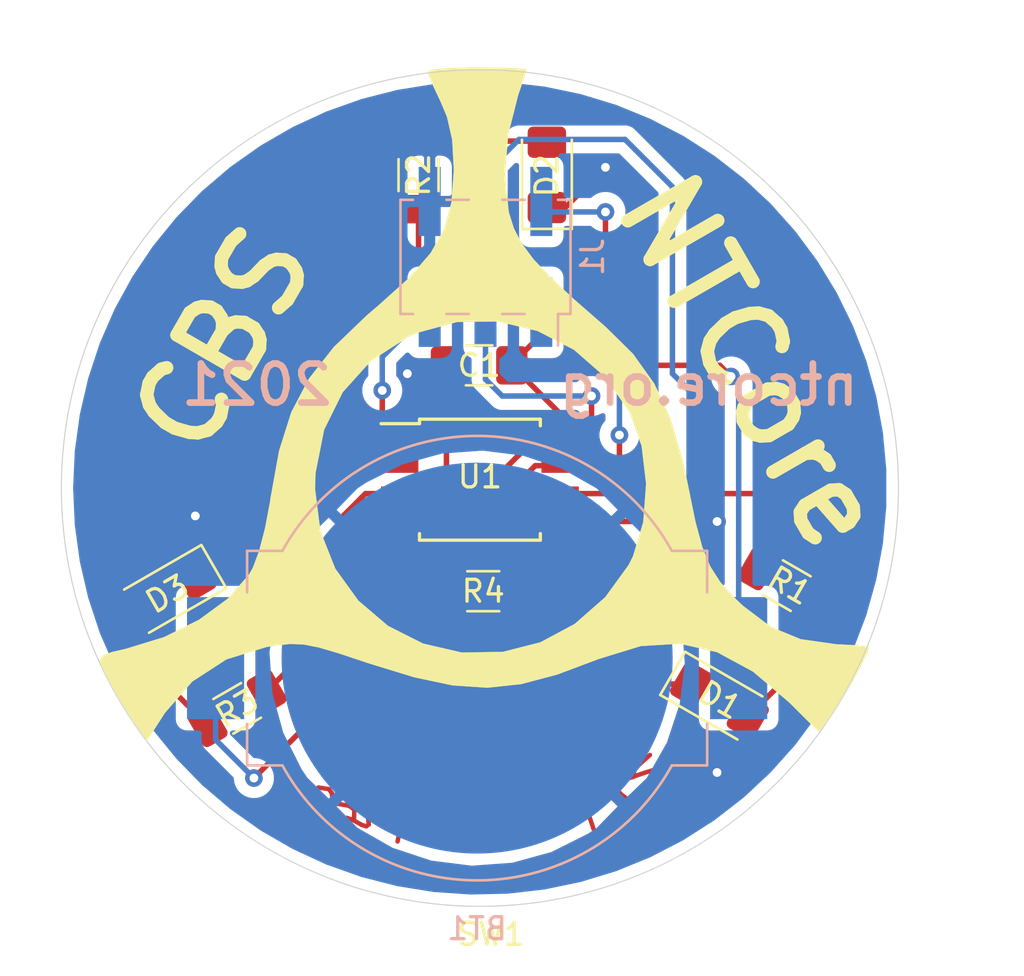
<source format=kicad_pcb>
(kicad_pcb (version 20171130) (host pcbnew "(5.1.7)-1")

  (general
    (thickness 1.6)
    (drawings 75)
    (tracks 95)
    (zones 0)
    (modules 13)
    (nets 12)
  )

  (page A4)
  (layers
    (0 F.Cu signal)
    (31 B.Cu signal)
    (32 B.Adhes user hide)
    (33 F.Adhes user hide)
    (34 B.Paste user hide)
    (35 F.Paste user hide)
    (36 B.SilkS user)
    (37 F.SilkS user)
    (38 B.Mask user hide)
    (39 F.Mask user hide)
    (40 Dwgs.User user hide)
    (41 Cmts.User user hide)
    (42 Eco1.User user hide)
    (43 Eco2.User user hide)
    (44 Edge.Cuts user)
    (45 Margin user hide)
    (46 B.CrtYd user hide)
    (47 F.CrtYd user hide)
    (48 B.Fab user hide)
    (49 F.Fab user hide)
  )

  (setup
    (last_trace_width 0.25)
    (trace_clearance 0.2)
    (zone_clearance 0.508)
    (zone_45_only no)
    (trace_min 0.2)
    (via_size 0.8)
    (via_drill 0.4)
    (via_min_size 0.4)
    (via_min_drill 0.3)
    (uvia_size 0.3)
    (uvia_drill 0.1)
    (uvias_allowed no)
    (uvia_min_size 0.2)
    (uvia_min_drill 0.1)
    (edge_width 0.05)
    (segment_width 0.2)
    (pcb_text_width 0.3)
    (pcb_text_size 1.5 1.5)
    (mod_edge_width 0.12)
    (mod_text_size 1 1)
    (mod_text_width 0.15)
    (pad_size 1.524 1.524)
    (pad_drill 0.762)
    (pad_to_mask_clearance 0)
    (aux_axis_origin 0 0)
    (visible_elements FFFFFF7F)
    (pcbplotparams
      (layerselection 0x010fc_ffffffff)
      (usegerberextensions false)
      (usegerberattributes true)
      (usegerberadvancedattributes true)
      (creategerberjobfile true)
      (excludeedgelayer true)
      (linewidth 0.100000)
      (plotframeref false)
      (viasonmask false)
      (mode 1)
      (useauxorigin false)
      (hpglpennumber 1)
      (hpglpenspeed 20)
      (hpglpendiameter 15.000000)
      (psnegative false)
      (psa4output false)
      (plotreference true)
      (plotvalue true)
      (plotinvisibletext false)
      (padsonsilk false)
      (subtractmaskfromsilk false)
      (outputformat 1)
      (mirror false)
      (drillshape 1)
      (scaleselection 1)
      (outputdirectory ""))
  )

  (net 0 "")
  (net 1 GND)
  (net 2 VCC)
  (net 3 "Net-(D1-Pad2)")
  (net 4 "Net-(D2-Pad2)")
  (net 5 "Net-(D3-Pad2)")
  (net 6 /PB0_MOSI)
  (net 7 /RST)
  (net 8 /PB1_MISO_LED1)
  (net 9 /PB2_SCK_INT0)
  (net 10 /PB3_LED2)
  (net 11 /PB4_LED3)

  (net_class Default "This is the default net class."
    (clearance 0.2)
    (trace_width 0.25)
    (via_dia 0.8)
    (via_drill 0.4)
    (uvia_dia 0.3)
    (uvia_drill 0.1)
    (add_net /PB0_MOSI)
    (add_net /PB1_MISO_LED1)
    (add_net /PB2_SCK_INT0)
    (add_net /PB3_LED2)
    (add_net /PB4_LED3)
    (add_net /RST)
    (add_net GND)
    (add_net "Net-(D1-Pad2)")
    (add_net "Net-(D2-Pad2)")
    (add_net "Net-(D3-Pad2)")
    (add_net VCC)
  )

  (module cbs_badge:cbs_logo (layer F.Cu) (tedit 0) (tstamp 60C0CEC5)
    (at 183.388 109.982)
    (fp_text reference G*** (at 0 0) (layer F.SilkS) hide
      (effects (font (size 1.524 1.524) (thickness 0.3)))
    )
    (fp_text value LOGO (at 0.75 0) (layer F.SilkS) hide
      (effects (font (size 1.524 1.524) (thickness 0.3)))
    )
    (fp_poly (pts (xy 0.884081 -15.335075) (xy 1.661377 -15.306368) (xy 2.078106 -15.26506) (xy 2.116666 -15.246807)
      (xy 2.036782 -14.959387) (xy 1.836337 -14.3564) (xy 1.742833 -14.088225) (xy 1.289159 -12.292536)
      (xy 1.139266 -10.452601) (xy 1.310012 -8.787841) (xy 1.329247 -8.704859) (xy 1.550422 -8.005601)
      (xy 1.900725 -7.33076) (xy 2.438989 -6.611013) (xy 3.224044 -5.777038) (xy 4.314724 -4.759512)
      (xy 5.71793 -3.533636) (xy 6.971914 -2.296799) (xy 7.937273 -0.942216) (xy 8.673706 0.645515)
      (xy 9.240913 2.581793) (xy 9.486066 3.750226) (xy 9.805413 5.317308) (xy 10.117169 6.481918)
      (xy 10.477689 7.366874) (xy 10.943329 8.094992) (xy 11.570444 8.789089) (xy 11.974343 9.172992)
      (xy 13.244297 10.134048) (xy 14.602323 10.694026) (xy 16.229306 10.924915) (xy 16.394217 10.93198)
      (xy 17.151476 10.97289) (xy 17.63363 11.024725) (xy 17.725015 11.05515) (xy 17.603942 11.385719)
      (xy 17.290708 12.011819) (xy 16.871151 12.778723) (xy 16.431109 13.531703) (xy 16.056419 14.11603)
      (xy 15.939657 14.273354) (xy 15.419585 14.915617) (xy 14.081852 13.577884) (xy 12.433831 12.17309)
      (xy 10.789856 11.28379) (xy 9.101388 10.898928) (xy 7.319886 11.007453) (xy 5.396811 11.598308)
      (xy 5.39406 11.599443) (xy 3.515707 12.305632) (xy 1.876926 12.739555) (xy 0.33908 12.903312)
      (xy -1.236468 12.799005) (xy -2.988356 12.428736) (xy -5.055221 11.794604) (xy -5.159375 11.759383)
      (xy -6.433794 11.335307) (xy -7.347108 11.066986) (xy -8.036815 10.932945) (xy -8.640416 10.911705)
      (xy -9.295409 10.98179) (xy -9.710097 11.048566) (xy -11.533378 11.610869) (xy -13.092246 12.622066)
      (xy -14.336624 14.048945) (xy -14.413457 14.167957) (xy -14.835 14.826152) (xy -15.119365 15.253669)
      (xy -15.190003 15.345833) (xy -15.338952 15.144305) (xy -15.692967 14.621279) (xy -16.07889 14.036951)
      (xy -16.596631 13.199512) (xy -17.016438 12.438423) (xy -17.185368 12.071549) (xy -17.297472 11.678271)
      (xy -17.180252 11.442797) (xy -16.727482 11.27174) (xy -16.117082 11.132391) (xy -14.376705 10.59874)
      (xy -12.786372 9.809079) (xy -11.461507 8.837099) (xy -10.517537 7.756494) (xy -10.335523 7.441209)
      (xy -10.056957 6.69846) (xy -9.780289 5.635492) (xy -9.557712 4.458857) (xy -9.525102 4.234074)
      (xy -9.453224 3.836458) (xy -7.506249 3.836458) (xy -7.262117 5.765901) (xy -6.582474 7.481156)
      (xy -5.533184 8.93726) (xy -4.180116 10.089251) (xy -2.589134 10.892166) (xy -0.826106 11.301045)
      (xy 1.043104 11.270924) (xy 2.748157 10.836405) (xy 4.315204 9.998172) (xy 5.704717 8.779459)
      (xy 6.762594 7.323348) (xy 6.965679 6.920529) (xy 7.434701 5.362457) (xy 7.5646 3.618321)
      (xy 7.35974 1.888967) (xy 6.824489 0.375245) (xy 6.823346 0.373057) (xy 5.70697 -1.239711)
      (xy 4.280383 -2.48734) (xy 2.626968 -3.341387) (xy 0.830105 -3.773411) (xy -1.026825 -3.754967)
      (xy -2.860439 -3.257614) (xy -3.27313 -3.071012) (xy -4.965453 -1.973818) (xy -6.243916 -0.555762)
      (xy -7.08871 1.150837) (xy -7.480028 3.113656) (xy -7.506249 3.836458) (xy -9.453224 3.836458)
      (xy -9.141703 2.1132) (xy -8.58464 0.353453) (xy -7.780392 -1.17583) (xy -6.655437 -2.60531)
      (xy -5.136253 -4.065649) (xy -4.595363 -4.527021) (xy -3.213718 -5.770667) (xy -2.243993 -6.889843)
      (xy -1.624648 -7.996407) (xy -1.294142 -9.202219) (xy -1.190934 -10.619139) (xy -1.190626 -10.715625)
      (xy -1.260594 -12.047704) (xy -1.50079 -13.099095) (xy -1.785938 -13.775723) (xy -2.12701 -14.500712)
      (xy -2.342395 -15.021763) (xy -2.381251 -15.164786) (xy -2.136954 -15.246603) (xy -1.485046 -15.309176)
      (xy -0.546994 -15.342727) (xy -0.132292 -15.345833) (xy 0.884081 -15.335075)) (layer F.SilkS) (width 0.01))
  )

  (module Battery:BatteryHolder_MPD_BC2003_1x2032 (layer B.Cu) (tedit 5D9C8106) (tstamp 60B96918)
    (at 183.261 121.539)
    (descr http://www.memoryprotectiondevices.com/datasheets/BC-2003-datasheet.pdf)
    (tags "BC2003 CR2032 2032 Battery Holder")
    (path /60B92F5C)
    (attr smd)
    (fp_text reference BT1 (at 0 12.319) (layer B.SilkS)
      (effects (font (size 1 1) (thickness 0.15)) (justify mirror))
    )
    (fp_text value Battery_Cell (at 0 -11.2) (layer B.Fab)
      (effects (font (size 1 1) (thickness 0.15)) (justify mirror))
    )
    (fp_line (start -10.6 -5.01) (end -8.94 -5.01) (layer B.CrtYd) (width 0.05))
    (fp_line (start -10.6 -5.01) (end -10.6 -3.03) (layer B.CrtYd) (width 0.05))
    (fp_line (start -13.45 -3.03) (end -10.6 -3.03) (layer B.CrtYd) (width 0.05))
    (fp_line (start -13.45 3.03) (end -13.45 -3.03) (layer B.CrtYd) (width 0.05))
    (fp_line (start -10.6 3.03) (end -13.45 3.03) (layer B.CrtYd) (width 0.05))
    (fp_line (start -10.6 5.01) (end -10.6 3.03) (layer B.CrtYd) (width 0.05))
    (fp_line (start -8.94 5.01) (end -10.6 5.01) (layer B.CrtYd) (width 0.05))
    (fp_line (start 8.94 -5.01) (end 10.6 -5.01) (layer B.CrtYd) (width 0.05))
    (fp_line (start 10.6 -5.01) (end 10.6 -3.03) (layer B.CrtYd) (width 0.05))
    (fp_line (start 10.6 -3.03) (end 13.45 -3.03) (layer B.CrtYd) (width 0.05))
    (fp_line (start 13.45 3.03) (end 13.45 -3.03) (layer B.CrtYd) (width 0.05))
    (fp_line (start 10.6 3.03) (end 13.45 3.03) (layer B.CrtYd) (width 0.05))
    (fp_line (start 10.6 5.01) (end 10.6 3.03) (layer B.CrtYd) (width 0.05))
    (fp_line (start 8.94 5.01) (end 10.6 5.01) (layer B.CrtYd) (width 0.05))
    (fp_line (start 10.47 -4.885) (end 8.86291 -4.885) (layer B.SilkS) (width 0.12))
    (fp_line (start -10.47 -4.885) (end -8.86291 -4.885) (layer B.SilkS) (width 0.12))
    (fp_line (start 10.47 4.885) (end 8.86291 4.885) (layer B.SilkS) (width 0.12))
    (fp_line (start 10.47 -3) (end 10.47 -4.885) (layer B.SilkS) (width 0.12))
    (fp_line (start -10.47 -3) (end -10.47 -4.885) (layer B.SilkS) (width 0.12))
    (fp_line (start 10.47 3) (end 10.47 4.885) (layer B.SilkS) (width 0.12))
    (fp_line (start -10.47 3) (end -10.47 4.885) (layer B.SilkS) (width 0.12))
    (fp_line (start -10.47 4.885) (end -8.86291 4.885) (layer B.SilkS) (width 0.12))
    (fp_line (start -12.7 1.825) (end -12.7 -1.825) (layer B.Fab) (width 0.1))
    (fp_line (start -12.7 -1.825) (end -12 -2.525) (layer B.Fab) (width 0.1))
    (fp_line (start -12.7 1.825) (end -12 2.525) (layer B.Fab) (width 0.1))
    (fp_line (start -10.35 -2.525) (end -12 -2.525) (layer B.Fab) (width 0.1))
    (fp_line (start -10.35 2.525) (end -12 2.525) (layer B.Fab) (width 0.1))
    (fp_line (start 12.7 1.825) (end 12.7 -1.825) (layer B.Fab) (width 0.1))
    (fp_line (start 12.7 -1.825) (end 12 -2.525) (layer B.Fab) (width 0.1))
    (fp_line (start 12.7 1.825) (end 12 2.525) (layer B.Fab) (width 0.1))
    (fp_line (start 10.35 2.525) (end 12 2.525) (layer B.Fab) (width 0.1))
    (fp_line (start 10.35 -2.525) (end 12 -2.525) (layer B.Fab) (width 0.1))
    (fp_line (start 10.35 -4.765) (end 10.35 4.765) (layer B.Fab) (width 0.1))
    (fp_line (start -10.35 -4.765) (end -10.35 4.765) (layer B.Fab) (width 0.1))
    (fp_line (start -10.35 4.765) (end 10.35 4.765) (layer B.Fab) (width 0.1))
    (fp_line (start -10.35 -4.765) (end 10.35 -4.765) (layer B.Fab) (width 0.1))
    (fp_text user %R (at 0 0) (layer B.Fab)
      (effects (font (size 1 1) (thickness 0.15)) (justify mirror))
    )
    (fp_arc (start 0 0) (end 8.94 5.01) (angle 121.4) (layer B.CrtYd) (width 0.05))
    (fp_arc (start 0 0) (end -8.94 -5.01) (angle 121.3) (layer B.CrtYd) (width 0.05))
    (fp_arc (start 0 0) (end 8.86291 4.885) (angle 122.2752329) (layer B.SilkS) (width 0.12))
    (fp_arc (start 0 0) (end -8.86291 -4.885) (angle 122.3) (layer B.SilkS) (width 0.12))
    (pad 2 smd circle (at 0 0) (size 17.8 17.8) (layers B.Cu B.Mask)
      (net 1 GND))
    (pad 1 smd rect (at 11.905 0) (size 2.6 5.56) (layers B.Cu B.Paste B.Mask)
      (net 2 VCC))
    (pad 1 smd rect (at -11.905 0) (size 2.6 5.56) (layers B.Cu B.Paste B.Mask)
      (net 2 VCC))
    (model ${KISYS3DMOD}/Battery.3dshapes/BatteryHolder_MPD_BC2003_1x2032.wrl
      (at (xyz 0 0 0))
      (scale (xyz 1 1 1))
      (rotate (xyz 0 0 0))
    )
  )

  (module Capacitor_SMD:C_1206_3216Metric_Pad1.42x1.75mm_HandSolder (layer F.Cu) (tedit 5B301BBE) (tstamp 60B96929)
    (at 183.3515 108.204 180)
    (descr "Capacitor SMD 1206 (3216 Metric), square (rectangular) end terminal, IPC_7351 nominal with elongated pad for handsoldering. (Body size source: http://www.tortai-tech.com/upload/download/2011102023233369053.pdf), generated with kicad-footprint-generator")
    (tags "capacitor handsolder")
    (path /60B976BB)
    (attr smd)
    (fp_text reference C1 (at 0 0) (layer F.SilkS)
      (effects (font (size 1 1) (thickness 0.15)))
    )
    (fp_text value 100nF (at 0 1.82) (layer F.Fab)
      (effects (font (size 1 1) (thickness 0.15)))
    )
    (fp_text user %R (at 0 0) (layer F.Fab)
      (effects (font (size 0.8 0.8) (thickness 0.12)))
    )
    (fp_line (start -1.6 0.8) (end -1.6 -0.8) (layer F.Fab) (width 0.1))
    (fp_line (start -1.6 -0.8) (end 1.6 -0.8) (layer F.Fab) (width 0.1))
    (fp_line (start 1.6 -0.8) (end 1.6 0.8) (layer F.Fab) (width 0.1))
    (fp_line (start 1.6 0.8) (end -1.6 0.8) (layer F.Fab) (width 0.1))
    (fp_line (start -0.602064 -0.91) (end 0.602064 -0.91) (layer F.SilkS) (width 0.12))
    (fp_line (start -0.602064 0.91) (end 0.602064 0.91) (layer F.SilkS) (width 0.12))
    (fp_line (start -2.45 1.12) (end -2.45 -1.12) (layer F.CrtYd) (width 0.05))
    (fp_line (start -2.45 -1.12) (end 2.45 -1.12) (layer F.CrtYd) (width 0.05))
    (fp_line (start 2.45 -1.12) (end 2.45 1.12) (layer F.CrtYd) (width 0.05))
    (fp_line (start 2.45 1.12) (end -2.45 1.12) (layer F.CrtYd) (width 0.05))
    (pad 2 smd roundrect (at 1.4875 0 180) (size 1.425 1.75) (layers F.Cu F.Paste F.Mask) (roundrect_rratio 0.175439)
      (net 1 GND))
    (pad 1 smd roundrect (at -1.4875 0 180) (size 1.425 1.75) (layers F.Cu F.Paste F.Mask) (roundrect_rratio 0.175439)
      (net 2 VCC))
    (model ${KISYS3DMOD}/Capacitor_SMD.3dshapes/C_1206_3216Metric.wrl
      (at (xyz 0 0 0))
      (scale (xyz 1 1 1))
      (rotate (xyz 0 0 0))
    )
  )

  (module LED_SMD:LED_1206_3216Metric_Pad1.42x1.75mm_HandSolder (layer F.Cu) (tedit 5F68FEF1) (tstamp 60B9693C)
    (at 194.291787 123.46225 330)
    (descr "LED SMD 1206 (3216 Metric), square (rectangular) end terminal, IPC_7351 nominal, (Body size source: http://www.tortai-tech.com/upload/download/2011102023233369053.pdf), generated with kicad-footprint-generator")
    (tags "LED handsolder")
    (path /60B98849)
    (attr smd)
    (fp_text reference D1 (at 0.006648 -0.024911 150) (layer F.SilkS)
      (effects (font (size 1 1) (thickness 0.15)))
    )
    (fp_text value LED (at 0 1.82 150) (layer F.Fab)
      (effects (font (size 1 1) (thickness 0.15)))
    )
    (fp_text user %R (at 0 0 150) (layer F.Fab)
      (effects (font (size 0.8 0.8) (thickness 0.12)))
    )
    (fp_line (start 1.6 -0.8) (end -1.2 -0.8) (layer F.Fab) (width 0.1))
    (fp_line (start -1.2 -0.8) (end -1.6 -0.4) (layer F.Fab) (width 0.1))
    (fp_line (start -1.6 -0.4) (end -1.6 0.8) (layer F.Fab) (width 0.1))
    (fp_line (start -1.6 0.8) (end 1.6 0.8) (layer F.Fab) (width 0.1))
    (fp_line (start 1.6 0.8) (end 1.6 -0.8) (layer F.Fab) (width 0.1))
    (fp_line (start 1.6 -1.135) (end -2.46 -1.135) (layer F.SilkS) (width 0.12))
    (fp_line (start -2.46 -1.135) (end -2.46 1.135) (layer F.SilkS) (width 0.12))
    (fp_line (start -2.46 1.135) (end 1.6 1.135) (layer F.SilkS) (width 0.12))
    (fp_line (start -2.45 1.12) (end -2.45 -1.12) (layer F.CrtYd) (width 0.05))
    (fp_line (start -2.45 -1.12) (end 2.45 -1.12) (layer F.CrtYd) (width 0.05))
    (fp_line (start 2.45 -1.12) (end 2.45 1.12) (layer F.CrtYd) (width 0.05))
    (fp_line (start 2.45 1.12) (end -2.45 1.12) (layer F.CrtYd) (width 0.05))
    (pad 2 smd roundrect (at 1.4875 0 330) (size 1.425 1.75) (layers F.Cu F.Paste F.Mask) (roundrect_rratio 0.175439)
      (net 3 "Net-(D1-Pad2)"))
    (pad 1 smd roundrect (at -1.4875 0 330) (size 1.425 1.75) (layers F.Cu F.Paste F.Mask) (roundrect_rratio 0.175439)
      (net 1 GND))
    (model ${KISYS3DMOD}/LED_SMD.3dshapes/LED_1206_3216Metric.wrl
      (at (xyz 0 0 0))
      (scale (xyz 1 1 1))
      (rotate (xyz 0 0 0))
    )
  )

  (module LED_SMD:LED_1206_3216Metric_Pad1.42x1.75mm_HandSolder (layer F.Cu) (tedit 5F68FEF1) (tstamp 60B97FA1)
    (at 186.436 99.5315 90)
    (descr "LED SMD 1206 (3216 Metric), square (rectangular) end terminal, IPC_7351 nominal, (Body size source: http://www.tortai-tech.com/upload/download/2011102023233369053.pdf), generated with kicad-footprint-generator")
    (tags "LED handsolder")
    (path /60B99416)
    (attr smd)
    (fp_text reference D2 (at -0.0365 0 90) (layer F.SilkS)
      (effects (font (size 1 1) (thickness 0.15)))
    )
    (fp_text value LED (at 0 1.82 90) (layer F.Fab)
      (effects (font (size 1 1) (thickness 0.15)))
    )
    (fp_text user %R (at 0 0 90) (layer F.Fab)
      (effects (font (size 0.8 0.8) (thickness 0.12)))
    )
    (fp_line (start 1.6 -0.8) (end -1.2 -0.8) (layer F.Fab) (width 0.1))
    (fp_line (start -1.2 -0.8) (end -1.6 -0.4) (layer F.Fab) (width 0.1))
    (fp_line (start -1.6 -0.4) (end -1.6 0.8) (layer F.Fab) (width 0.1))
    (fp_line (start -1.6 0.8) (end 1.6 0.8) (layer F.Fab) (width 0.1))
    (fp_line (start 1.6 0.8) (end 1.6 -0.8) (layer F.Fab) (width 0.1))
    (fp_line (start 1.6 -1.135) (end -2.46 -1.135) (layer F.SilkS) (width 0.12))
    (fp_line (start -2.46 -1.135) (end -2.46 1.135) (layer F.SilkS) (width 0.12))
    (fp_line (start -2.46 1.135) (end 1.6 1.135) (layer F.SilkS) (width 0.12))
    (fp_line (start -2.45 1.12) (end -2.45 -1.12) (layer F.CrtYd) (width 0.05))
    (fp_line (start -2.45 -1.12) (end 2.45 -1.12) (layer F.CrtYd) (width 0.05))
    (fp_line (start 2.45 -1.12) (end 2.45 1.12) (layer F.CrtYd) (width 0.05))
    (fp_line (start 2.45 1.12) (end -2.45 1.12) (layer F.CrtYd) (width 0.05))
    (pad 2 smd roundrect (at 1.4875 0 90) (size 1.425 1.75) (layers F.Cu F.Paste F.Mask) (roundrect_rratio 0.175439)
      (net 4 "Net-(D2-Pad2)"))
    (pad 1 smd roundrect (at -1.4875 0 90) (size 1.425 1.75) (layers F.Cu F.Paste F.Mask) (roundrect_rratio 0.175439)
      (net 1 GND))
    (model ${KISYS3DMOD}/LED_SMD.3dshapes/LED_1206_3216Metric.wrl
      (at (xyz 0 0 0))
      (scale (xyz 1 1 1))
      (rotate (xyz 0 0 0))
    )
  )

  (module LED_SMD:LED_1206_3216Metric_Pad1.42x1.75mm_HandSolder (layer F.Cu) (tedit 5F68FEF1) (tstamp 60B96E5E)
    (at 169.145787 118.59975 210)
    (descr "LED SMD 1206 (3216 Metric), square (rectangular) end terminal, IPC_7351 nominal, (Body size source: http://www.tortai-tech.com/upload/download/2011102023233369053.pdf), generated with kicad-footprint-generator")
    (tags "LED handsolder")
    (path /60B99755)
    (attr smd)
    (fp_text reference D3 (at -0.006648 -0.024911 30) (layer F.SilkS)
      (effects (font (size 1 1) (thickness 0.15)))
    )
    (fp_text value LED (at 0 1.82 30) (layer F.Fab)
      (effects (font (size 1 1) (thickness 0.15)))
    )
    (fp_text user %R (at 0 0 120) (layer F.Fab)
      (effects (font (size 0.8 0.8) (thickness 0.12)))
    )
    (fp_line (start 1.6 -0.8) (end -1.2 -0.8) (layer F.Fab) (width 0.1))
    (fp_line (start -1.2 -0.8) (end -1.6 -0.4) (layer F.Fab) (width 0.1))
    (fp_line (start -1.6 -0.4) (end -1.6 0.8) (layer F.Fab) (width 0.1))
    (fp_line (start -1.6 0.8) (end 1.6 0.8) (layer F.Fab) (width 0.1))
    (fp_line (start 1.6 0.8) (end 1.6 -0.8) (layer F.Fab) (width 0.1))
    (fp_line (start 1.6 -1.135) (end -2.46 -1.135) (layer F.SilkS) (width 0.12))
    (fp_line (start -2.46 -1.135) (end -2.46 1.135) (layer F.SilkS) (width 0.12))
    (fp_line (start -2.46 1.135) (end 1.6 1.135) (layer F.SilkS) (width 0.12))
    (fp_line (start -2.45 1.12) (end -2.45 -1.12) (layer F.CrtYd) (width 0.05))
    (fp_line (start -2.45 -1.12) (end 2.45 -1.12) (layer F.CrtYd) (width 0.05))
    (fp_line (start 2.45 -1.12) (end 2.45 1.12) (layer F.CrtYd) (width 0.05))
    (fp_line (start 2.45 1.12) (end -2.45 1.12) (layer F.CrtYd) (width 0.05))
    (pad 2 smd roundrect (at 1.4875 0 210) (size 1.425 1.75) (layers F.Cu F.Paste F.Mask) (roundrect_rratio 0.175439)
      (net 5 "Net-(D3-Pad2)"))
    (pad 1 smd roundrect (at -1.4875 0 210) (size 1.425 1.75) (layers F.Cu F.Paste F.Mask) (roundrect_rratio 0.175439)
      (net 1 GND))
    (model ${KISYS3DMOD}/LED_SMD.3dshapes/LED_1206_3216Metric.wrl
      (at (xyz 0 0 0))
      (scale (xyz 1 1 1))
      (rotate (xyz 0 0 0))
    )
  )

  (module Connector_PinHeader_2.54mm:PinHeader_2x03_P2.54mm_Vertical_SMD (layer B.Cu) (tedit 59FED5CC) (tstamp 60B96993)
    (at 183.642 103.266 90)
    (descr "surface-mounted straight pin header, 2x03, 2.54mm pitch, double rows")
    (tags "Surface mounted pin header SMD 2x03 2.54mm double row")
    (path /60B94679)
    (attr smd)
    (fp_text reference J1 (at 0 4.87 90) (layer B.SilkS)
      (effects (font (size 1 1) (thickness 0.15)) (justify mirror))
    )
    (fp_text value AVR-ISP-6 (at 0 -4.87 90) (layer B.Fab)
      (effects (font (size 1 1) (thickness 0.15)) (justify mirror))
    )
    (fp_text user %R (at 0 0 180) (layer B.Fab)
      (effects (font (size 1 1) (thickness 0.15)) (justify mirror))
    )
    (fp_line (start 2.54 -3.81) (end -2.54 -3.81) (layer B.Fab) (width 0.1))
    (fp_line (start -1.59 3.81) (end 2.54 3.81) (layer B.Fab) (width 0.1))
    (fp_line (start -2.54 -3.81) (end -2.54 2.86) (layer B.Fab) (width 0.1))
    (fp_line (start -2.54 2.86) (end -1.59 3.81) (layer B.Fab) (width 0.1))
    (fp_line (start 2.54 3.81) (end 2.54 -3.81) (layer B.Fab) (width 0.1))
    (fp_line (start -2.54 2.86) (end -3.6 2.86) (layer B.Fab) (width 0.1))
    (fp_line (start -3.6 2.86) (end -3.6 2.22) (layer B.Fab) (width 0.1))
    (fp_line (start -3.6 2.22) (end -2.54 2.22) (layer B.Fab) (width 0.1))
    (fp_line (start 2.54 2.86) (end 3.6 2.86) (layer B.Fab) (width 0.1))
    (fp_line (start 3.6 2.86) (end 3.6 2.22) (layer B.Fab) (width 0.1))
    (fp_line (start 3.6 2.22) (end 2.54 2.22) (layer B.Fab) (width 0.1))
    (fp_line (start -2.54 0.32) (end -3.6 0.32) (layer B.Fab) (width 0.1))
    (fp_line (start -3.6 0.32) (end -3.6 -0.32) (layer B.Fab) (width 0.1))
    (fp_line (start -3.6 -0.32) (end -2.54 -0.32) (layer B.Fab) (width 0.1))
    (fp_line (start 2.54 0.32) (end 3.6 0.32) (layer B.Fab) (width 0.1))
    (fp_line (start 3.6 0.32) (end 3.6 -0.32) (layer B.Fab) (width 0.1))
    (fp_line (start 3.6 -0.32) (end 2.54 -0.32) (layer B.Fab) (width 0.1))
    (fp_line (start -2.54 -2.22) (end -3.6 -2.22) (layer B.Fab) (width 0.1))
    (fp_line (start -3.6 -2.22) (end -3.6 -2.86) (layer B.Fab) (width 0.1))
    (fp_line (start -3.6 -2.86) (end -2.54 -2.86) (layer B.Fab) (width 0.1))
    (fp_line (start 2.54 -2.22) (end 3.6 -2.22) (layer B.Fab) (width 0.1))
    (fp_line (start 3.6 -2.22) (end 3.6 -2.86) (layer B.Fab) (width 0.1))
    (fp_line (start 3.6 -2.86) (end 2.54 -2.86) (layer B.Fab) (width 0.1))
    (fp_line (start -2.6 3.87) (end 2.6 3.87) (layer B.SilkS) (width 0.12))
    (fp_line (start -2.6 -3.87) (end 2.6 -3.87) (layer B.SilkS) (width 0.12))
    (fp_line (start -4.04 3.3) (end -2.6 3.3) (layer B.SilkS) (width 0.12))
    (fp_line (start -2.6 3.87) (end -2.6 3.3) (layer B.SilkS) (width 0.12))
    (fp_line (start 2.6 3.87) (end 2.6 3.3) (layer B.SilkS) (width 0.12))
    (fp_line (start -2.6 -3.3) (end -2.6 -3.87) (layer B.SilkS) (width 0.12))
    (fp_line (start 2.6 -3.3) (end 2.6 -3.87) (layer B.SilkS) (width 0.12))
    (fp_line (start -2.6 1.78) (end -2.6 0.76) (layer B.SilkS) (width 0.12))
    (fp_line (start 2.6 1.78) (end 2.6 0.76) (layer B.SilkS) (width 0.12))
    (fp_line (start -2.6 -0.76) (end -2.6 -1.78) (layer B.SilkS) (width 0.12))
    (fp_line (start 2.6 -0.76) (end 2.6 -1.78) (layer B.SilkS) (width 0.12))
    (fp_line (start -5.9 4.35) (end -5.9 -4.35) (layer B.CrtYd) (width 0.05))
    (fp_line (start -5.9 -4.35) (end 5.9 -4.35) (layer B.CrtYd) (width 0.05))
    (fp_line (start 5.9 -4.35) (end 5.9 4.35) (layer B.CrtYd) (width 0.05))
    (fp_line (start 5.9 4.35) (end -5.9 4.35) (layer B.CrtYd) (width 0.05))
    (pad 6 smd rect (at 2.525 -2.54 90) (size 3.15 1) (layers B.Cu B.Paste B.Mask)
      (net 1 GND))
    (pad 5 smd rect (at -2.525 -2.54 90) (size 3.15 1) (layers B.Cu B.Paste B.Mask)
      (net 7 /RST))
    (pad 4 smd rect (at 2.525 0 90) (size 3.15 1) (layers B.Cu B.Paste B.Mask)
      (net 6 /PB0_MOSI))
    (pad 3 smd rect (at -2.525 0 90) (size 3.15 1) (layers B.Cu B.Paste B.Mask)
      (net 9 /PB2_SCK_INT0))
    (pad 2 smd rect (at 2.525 2.54 90) (size 3.15 1) (layers B.Cu B.Paste B.Mask)
      (net 2 VCC))
    (pad 1 smd rect (at -2.525 2.54 90) (size 3.15 1) (layers B.Cu B.Paste B.Mask)
      (net 8 /PB1_MISO_LED1))
    (model ${KISYS3DMOD}/Connector_PinHeader_2.54mm.3dshapes/PinHeader_2x03_P2.54mm_Vertical_SMD.wrl
      (at (xyz 0 0 0))
      (scale (xyz 1 1 1))
      (rotate (xyz 0 0 0))
    )
  )

  (module Resistor_SMD:R_1206_3216Metric_Pad1.30x1.75mm_HandSolder (layer F.Cu) (tedit 5F68FEEE) (tstamp 60B969A4)
    (at 197.358 118.237 150)
    (descr "Resistor SMD 1206 (3216 Metric), square (rectangular) end terminal, IPC_7351 nominal with elongated pad for handsoldering. (Body size source: IPC-SM-782 page 72, https://www.pcb-3d.com/wordpress/wp-content/uploads/ipc-sm-782a_amendment_1_and_2.pdf), generated with kicad-footprint-generator")
    (tags "resistor handsolder")
    (path /60B9C7EF)
    (attr smd)
    (fp_text reference R1 (at -0.109985 0.0635 150) (layer F.SilkS)
      (effects (font (size 1 1) (thickness 0.15)))
    )
    (fp_text value 470 (at 0 1.82 150) (layer F.Fab)
      (effects (font (size 1 1) (thickness 0.15)))
    )
    (fp_text user %R (at 0 0 150) (layer F.Fab)
      (effects (font (size 0.8 0.8) (thickness 0.12)))
    )
    (fp_line (start -1.6 0.8) (end -1.6 -0.8) (layer F.Fab) (width 0.1))
    (fp_line (start -1.6 -0.8) (end 1.6 -0.8) (layer F.Fab) (width 0.1))
    (fp_line (start 1.6 -0.8) (end 1.6 0.8) (layer F.Fab) (width 0.1))
    (fp_line (start 1.6 0.8) (end -1.6 0.8) (layer F.Fab) (width 0.1))
    (fp_line (start -0.727064 -0.91) (end 0.727064 -0.91) (layer F.SilkS) (width 0.12))
    (fp_line (start -0.727064 0.91) (end 0.727064 0.91) (layer F.SilkS) (width 0.12))
    (fp_line (start -2.45 1.12) (end -2.45 -1.12) (layer F.CrtYd) (width 0.05))
    (fp_line (start -2.45 -1.12) (end 2.45 -1.12) (layer F.CrtYd) (width 0.05))
    (fp_line (start 2.45 -1.12) (end 2.45 1.12) (layer F.CrtYd) (width 0.05))
    (fp_line (start 2.45 1.12) (end -2.45 1.12) (layer F.CrtYd) (width 0.05))
    (pad 2 smd roundrect (at 1.55 0 150) (size 1.3 1.75) (layers F.Cu F.Paste F.Mask) (roundrect_rratio 0.192308)
      (net 8 /PB1_MISO_LED1))
    (pad 1 smd roundrect (at -1.55 0 150) (size 1.3 1.75) (layers F.Cu F.Paste F.Mask) (roundrect_rratio 0.192308)
      (net 3 "Net-(D1-Pad2)"))
    (model ${KISYS3DMOD}/Resistor_SMD.3dshapes/R_1206_3216Metric.wrl
      (at (xyz 0 0 0))
      (scale (xyz 1 1 1))
      (rotate (xyz 0 0 0))
    )
  )

  (module Resistor_SMD:R_1206_3216Metric_Pad1.30x1.75mm_HandSolder (layer F.Cu) (tedit 5F68FEEE) (tstamp 60B9725D)
    (at 180.594 99.542 270)
    (descr "Resistor SMD 1206 (3216 Metric), square (rectangular) end terminal, IPC_7351 nominal with elongated pad for handsoldering. (Body size source: IPC-SM-782 page 72, https://www.pcb-3d.com/wordpress/wp-content/uploads/ipc-sm-782a_amendment_1_and_2.pdf), generated with kicad-footprint-generator")
    (tags "resistor handsolder")
    (path /60B9D045)
    (attr smd)
    (fp_text reference R2 (at 0 0 90) (layer F.SilkS)
      (effects (font (size 1 1) (thickness 0.15)))
    )
    (fp_text value 470 (at 0 1.82 90) (layer F.Fab)
      (effects (font (size 1 1) (thickness 0.15)))
    )
    (fp_text user %R (at 0 0 90) (layer F.Fab)
      (effects (font (size 0.8 0.8) (thickness 0.12)))
    )
    (fp_line (start -1.6 0.8) (end -1.6 -0.8) (layer F.Fab) (width 0.1))
    (fp_line (start -1.6 -0.8) (end 1.6 -0.8) (layer F.Fab) (width 0.1))
    (fp_line (start 1.6 -0.8) (end 1.6 0.8) (layer F.Fab) (width 0.1))
    (fp_line (start 1.6 0.8) (end -1.6 0.8) (layer F.Fab) (width 0.1))
    (fp_line (start -0.727064 -0.91) (end 0.727064 -0.91) (layer F.SilkS) (width 0.12))
    (fp_line (start -0.727064 0.91) (end 0.727064 0.91) (layer F.SilkS) (width 0.12))
    (fp_line (start -2.45 1.12) (end -2.45 -1.12) (layer F.CrtYd) (width 0.05))
    (fp_line (start -2.45 -1.12) (end 2.45 -1.12) (layer F.CrtYd) (width 0.05))
    (fp_line (start 2.45 -1.12) (end 2.45 1.12) (layer F.CrtYd) (width 0.05))
    (fp_line (start 2.45 1.12) (end -2.45 1.12) (layer F.CrtYd) (width 0.05))
    (pad 2 smd roundrect (at 1.55 0 270) (size 1.3 1.75) (layers F.Cu F.Paste F.Mask) (roundrect_rratio 0.192308)
      (net 10 /PB3_LED2))
    (pad 1 smd roundrect (at -1.55 0 270) (size 1.3 1.75) (layers F.Cu F.Paste F.Mask) (roundrect_rratio 0.192308)
      (net 4 "Net-(D2-Pad2)"))
    (model ${KISYS3DMOD}/Resistor_SMD.3dshapes/R_1206_3216Metric.wrl
      (at (xyz 0 0 0))
      (scale (xyz 1 1 1))
      (rotate (xyz 0 0 0))
    )
  )

  (module Resistor_SMD:R_1206_3216Metric_Pad1.30x1.75mm_HandSolder (layer F.Cu) (tedit 5F68FEEE) (tstamp 60B969C6)
    (at 172.339 123.825 30)
    (descr "Resistor SMD 1206 (3216 Metric), square (rectangular) end terminal, IPC_7351 nominal with elongated pad for handsoldering. (Body size source: IPC-SM-782 page 72, https://www.pcb-3d.com/wordpress/wp-content/uploads/ipc-sm-782a_amendment_1_and_2.pdf), generated with kicad-footprint-generator")
    (tags "resistor handsolder")
    (path /60B9D378)
    (attr smd)
    (fp_text reference R3 (at 0 0 30) (layer F.SilkS)
      (effects (font (size 1 1) (thickness 0.15)))
    )
    (fp_text value 470 (at 0 1.82 30) (layer F.Fab)
      (effects (font (size 1 1) (thickness 0.15)))
    )
    (fp_text user %R (at 0 0 30) (layer F.Fab)
      (effects (font (size 0.8 0.8) (thickness 0.12)))
    )
    (fp_line (start -1.6 0.8) (end -1.6 -0.8) (layer F.Fab) (width 0.1))
    (fp_line (start -1.6 -0.8) (end 1.6 -0.8) (layer F.Fab) (width 0.1))
    (fp_line (start 1.6 -0.8) (end 1.6 0.8) (layer F.Fab) (width 0.1))
    (fp_line (start 1.6 0.8) (end -1.6 0.8) (layer F.Fab) (width 0.1))
    (fp_line (start -0.727064 -0.91) (end 0.727064 -0.91) (layer F.SilkS) (width 0.12))
    (fp_line (start -0.727064 0.91) (end 0.727064 0.91) (layer F.SilkS) (width 0.12))
    (fp_line (start -2.45 1.12) (end -2.45 -1.12) (layer F.CrtYd) (width 0.05))
    (fp_line (start -2.45 -1.12) (end 2.45 -1.12) (layer F.CrtYd) (width 0.05))
    (fp_line (start 2.45 -1.12) (end 2.45 1.12) (layer F.CrtYd) (width 0.05))
    (fp_line (start 2.45 1.12) (end -2.45 1.12) (layer F.CrtYd) (width 0.05))
    (pad 2 smd roundrect (at 1.55 0 30) (size 1.3 1.75) (layers F.Cu F.Paste F.Mask) (roundrect_rratio 0.192308)
      (net 11 /PB4_LED3))
    (pad 1 smd roundrect (at -1.55 0 30) (size 1.3 1.75) (layers F.Cu F.Paste F.Mask) (roundrect_rratio 0.192308)
      (net 5 "Net-(D3-Pad2)"))
    (model ${KISYS3DMOD}/Resistor_SMD.3dshapes/R_1206_3216Metric.wrl
      (at (xyz 0 0 0))
      (scale (xyz 1 1 1))
      (rotate (xyz 0 0 0))
    )
  )

  (module Package_SO:SOIJ-8_5.3x5.3mm_P1.27mm (layer F.Cu) (tedit 5A02F2D3) (tstamp 60B97E79)
    (at 183.388 113.411)
    (descr "8-Lead Plastic Small Outline (SM) - Medium, 5.28 mm Body [SOIC] (see Microchip Packaging Specification 00000049BS.pdf)")
    (tags "SOIC 1.27")
    (path /60B902F8)
    (attr smd)
    (fp_text reference U1 (at 0 -0.127) (layer F.SilkS)
      (effects (font (size 1 1) (thickness 0.15)))
    )
    (fp_text value ATtiny45-20SU (at 0 3.68) (layer F.Fab)
      (effects (font (size 1 1) (thickness 0.15)))
    )
    (fp_text user %R (at 0 0) (layer F.Fab)
      (effects (font (size 1 1) (thickness 0.15)))
    )
    (fp_line (start -1.65 -2.65) (end 2.65 -2.65) (layer F.Fab) (width 0.15))
    (fp_line (start 2.65 -2.65) (end 2.65 2.65) (layer F.Fab) (width 0.15))
    (fp_line (start 2.65 2.65) (end -2.65 2.65) (layer F.Fab) (width 0.15))
    (fp_line (start -2.65 2.65) (end -2.65 -1.65) (layer F.Fab) (width 0.15))
    (fp_line (start -2.65 -1.65) (end -1.65 -2.65) (layer F.Fab) (width 0.15))
    (fp_line (start -4.75 -2.95) (end -4.75 2.95) (layer F.CrtYd) (width 0.05))
    (fp_line (start 4.75 -2.95) (end 4.75 2.95) (layer F.CrtYd) (width 0.05))
    (fp_line (start -4.75 -2.95) (end 4.75 -2.95) (layer F.CrtYd) (width 0.05))
    (fp_line (start -4.75 2.95) (end 4.75 2.95) (layer F.CrtYd) (width 0.05))
    (fp_line (start -2.75 -2.755) (end -2.75 -2.55) (layer F.SilkS) (width 0.15))
    (fp_line (start 2.75 -2.755) (end 2.75 -2.455) (layer F.SilkS) (width 0.15))
    (fp_line (start 2.75 2.755) (end 2.75 2.455) (layer F.SilkS) (width 0.15))
    (fp_line (start -2.75 2.755) (end -2.75 2.455) (layer F.SilkS) (width 0.15))
    (fp_line (start -2.75 -2.755) (end 2.75 -2.755) (layer F.SilkS) (width 0.15))
    (fp_line (start -2.75 2.755) (end 2.75 2.755) (layer F.SilkS) (width 0.15))
    (fp_line (start -2.75 -2.55) (end -4.5 -2.55) (layer F.SilkS) (width 0.15))
    (pad 8 smd rect (at 3.65 -1.905) (size 1.7 0.65) (layers F.Cu F.Paste F.Mask)
      (net 2 VCC))
    (pad 7 smd rect (at 3.65 -0.635) (size 1.7 0.65) (layers F.Cu F.Paste F.Mask)
      (net 9 /PB2_SCK_INT0))
    (pad 6 smd rect (at 3.65 0.635) (size 1.7 0.65) (layers F.Cu F.Paste F.Mask)
      (net 8 /PB1_MISO_LED1))
    (pad 5 smd rect (at 3.65 1.905) (size 1.7 0.65) (layers F.Cu F.Paste F.Mask)
      (net 6 /PB0_MOSI))
    (pad 4 smd rect (at -3.65 1.905) (size 1.7 0.65) (layers F.Cu F.Paste F.Mask)
      (net 1 GND))
    (pad 3 smd rect (at -3.65 0.635) (size 1.7 0.65) (layers F.Cu F.Paste F.Mask)
      (net 11 /PB4_LED3))
    (pad 2 smd rect (at -3.65 -0.635) (size 1.7 0.65) (layers F.Cu F.Paste F.Mask)
      (net 10 /PB3_LED2))
    (pad 1 smd rect (at -3.65 -1.905) (size 1.7 0.65) (layers F.Cu F.Paste F.Mask)
      (net 7 /RST))
    (model ${KISYS3DMOD}/Package_SO.3dshapes/SOIJ-8_5.3x5.3mm_P1.27mm.wrl
      (at (xyz 0 0 0))
      (scale (xyz 1 1 1))
      (rotate (xyz 0 0 0))
    )
  )

  (module Resistor_SMD:R_1206_3216Metric_Pad1.30x1.75mm_HandSolder (layer F.Cu) (tedit 5F68FEEE) (tstamp 60BF946D)
    (at 183.541 118.491 180)
    (descr "Resistor SMD 1206 (3216 Metric), square (rectangular) end terminal, IPC_7351 nominal with elongated pad for handsoldering. (Body size source: IPC-SM-782 page 72, https://www.pcb-3d.com/wordpress/wp-content/uploads/ipc-sm-782a_amendment_1_and_2.pdf), generated with kicad-footprint-generator")
    (tags "resistor handsolder")
    (path /60BE5452)
    (attr smd)
    (fp_text reference R4 (at 0 0) (layer F.SilkS)
      (effects (font (size 1 1) (thickness 0.15)))
    )
    (fp_text value 10M (at 0 1.82) (layer F.Fab)
      (effects (font (size 1 1) (thickness 0.15)))
    )
    (fp_text user %R (at 0 0) (layer F.Fab)
      (effects (font (size 0.8 0.8) (thickness 0.12)))
    )
    (fp_line (start -1.6 0.8) (end -1.6 -0.8) (layer F.Fab) (width 0.1))
    (fp_line (start -1.6 -0.8) (end 1.6 -0.8) (layer F.Fab) (width 0.1))
    (fp_line (start 1.6 -0.8) (end 1.6 0.8) (layer F.Fab) (width 0.1))
    (fp_line (start 1.6 0.8) (end -1.6 0.8) (layer F.Fab) (width 0.1))
    (fp_line (start -0.727064 -0.91) (end 0.727064 -0.91) (layer F.SilkS) (width 0.12))
    (fp_line (start -0.727064 0.91) (end 0.727064 0.91) (layer F.SilkS) (width 0.12))
    (fp_line (start -2.45 1.12) (end -2.45 -1.12) (layer F.CrtYd) (width 0.05))
    (fp_line (start -2.45 -1.12) (end 2.45 -1.12) (layer F.CrtYd) (width 0.05))
    (fp_line (start 2.45 -1.12) (end 2.45 1.12) (layer F.CrtYd) (width 0.05))
    (fp_line (start 2.45 1.12) (end -2.45 1.12) (layer F.CrtYd) (width 0.05))
    (pad 2 smd roundrect (at 1.55 0 180) (size 1.3 1.75) (layers F.Cu F.Paste F.Mask) (roundrect_rratio 0.192308)
      (net 2 VCC))
    (pad 1 smd roundrect (at -1.55 0 180) (size 1.3 1.75) (layers F.Cu F.Paste F.Mask) (roundrect_rratio 0.192308)
      (net 9 /PB2_SCK_INT0))
    (model ${KISYS3DMOD}/Resistor_SMD.3dshapes/R_1206_3216Metric.wrl
      (at (xyz 0 0 0))
      (scale (xyz 1 1 1))
      (rotate (xyz 0 0 0))
    )
  )

  (module cbs_badge:neuron (layer F.Cu) (tedit 60BF7D87) (tstamp 60BF91F5)
    (at 183.896 126.746)
    (path /60BE4AC0)
    (fp_text reference SW1 (at 0 7.366) (layer F.SilkS)
      (effects (font (size 1 1) (thickness 0.15)))
    )
    (fp_text value TOUCH (at 0 -0.5) (layer F.Fab)
      (effects (font (size 1 1) (thickness 0.15)))
    )
    (fp_line (start -0.62 -1.293) (end -1.743 -1.391) (layer F.Cu) (width 0.2032))
    (fp_line (start 0.804 -1.387) (end -0.62 -1.293) (layer F.Cu) (width 0.2032))
    (fp_line (start 1.426 -1.358) (end 0.804 -1.387) (layer F.Cu) (width 0.2032))
    (fp_line (start 1.878 -1.2) (end 1.426 -1.358) (layer F.Cu) (width 0.2032))
    (fp_line (start 2.081 -0.852) (end 1.878 -1.2) (layer F.Cu) (width 0.2032))
    (fp_line (start 1.951 -0.257) (end 2.081 -0.852) (layer F.Cu) (width 0.2032))
    (fp_line (start -0.491 -0.092) (end -1.416 -0.182) (layer F.Cu) (width 0.2032))
    (fp_line (start 0.645 -0.133) (end -0.491 -0.092) (layer F.Cu) (width 0.2032))
    (fp_line (start 2.038 -0.222) (end 0.645 -0.133) (layer F.Cu) (width 0.2032))
    (fp_line (start 2.07 0.116) (end 2.038 -0.222) (layer F.Cu) (width 0.2032))
    (fp_line (start 1.949 0.492) (end 2.07 0.116) (layer F.Cu) (width 0.2032))
    (fp_line (start 1.788 1.207) (end 1.949 0.492) (layer F.Cu) (width 0.2032))
    (fp_line (start 0.427 1.232) (end -1.729 1.235) (layer F.Cu) (width 0.2032))
    (fp_line (start 1.24 1.146) (end 0.427 1.232) (layer F.Cu) (width 0.2032))
    (fp_line (start 1.535 1.118) (end 1.24 1.146) (layer F.Cu) (width 0.2032))
    (fp_line (start 1.812 1.242) (end 1.535 1.118) (layer F.Cu) (width 0.2032))
    (fp_line (start 2.192 1.737) (end 1.812 1.242) (layer F.Cu) (width 0.2032))
    (fp_line (start 2.077 2.524) (end 2.192 1.737) (layer F.Cu) (width 0.2032))
    (fp_line (start 2.618 2.497) (end -2.372 2.544) (layer F.Cu) (width 0.2032))
    (fp_line (start 2.728 1.989) (end 2.618 2.497) (layer F.Cu) (width 0.2032))
    (fp_line (start 2.583 1.318) (end 2.728 1.989) (layer F.Cu) (width 0.2032))
    (fp_line (start 2.528 0.701) (end 2.583 1.318) (layer F.Cu) (width 0.2032))
    (fp_line (start 2.642 0.48) (end 2.528 0.701) (layer F.Cu) (width 0.2032))
    (fp_line (start 2.91 0.353) (end 2.642 0.48) (layer F.Cu) (width 0.2032))
    (fp_line (start 4.474 2.007) (end 4.669 2.583) (layer F.Cu) (width 0.2032))
    (fp_line (start 4.123 1.683) (end 4.474 2.007) (layer F.Cu) (width 0.2032))
    (fp_line (start 3.97 1.325) (end 4.123 1.683) (layer F.Cu) (width 0.2032))
    (fp_line (start 4.37 0.649) (end 3.97 1.325) (layer F.Cu) (width 0.2032))
    (fp_line (start 6.235 1.244) (end 6.325 1.817) (layer F.Cu) (width 0.2032))
    (fp_line (start 5.901 0.974) (end 6.235 1.244) (layer F.Cu) (width 0.2032))
    (fp_line (start 5.67 0.725) (end 5.901 0.974) (layer F.Cu) (width 0.2032))
    (fp_line (start 5.889 0.214) (end 5.67 0.725) (layer F.Cu) (width 0.2032))
    (fp_line (start 6.731 -0.353) (end 7.231 -0.797) (layer F.Cu) (width 0.2032))
    (fp_line (start 6.525 -0.105) (end 6.731 -0.353) (layer F.Cu) (width 0.2032))
    (fp_line (start 6.464 0.21) (end 6.525 -0.105) (layer F.Cu) (width 0.2032))
    (fp_line (start 7.312 -0.086) (end 7.858 -0.048) (layer F.Cu) (width 0.2032))
    (fp_line (start 6.994 0.011) (end 7.312 -0.086) (layer F.Cu) (width 0.2032))
    (fp_line (start 6.203 0.284) (end 6.994 0.011) (layer F.Cu) (width 0.2032))
    (fp_line (start 5.811 0.1) (end 6.203 0.284) (layer F.Cu) (width 0.2032))
    (fp_line (start 5.488 -0.1) (end 5.811 0.1) (layer F.Cu) (width 0.2032))
    (fp_line (start 5.157 0.074) (end 5.488 -0.1) (layer F.Cu) (width 0.2032))
    (fp_line (start 5.541 -1.649) (end 5.732 -2.348) (layer F.Cu) (width 0.2032))
    (fp_line (start 6.15 -1.128) (end 5.541 -1.649) (layer F.Cu) (width 0.2032))
    (fp_line (start 6.715 -1.698) (end 7.144 -1.703) (layer F.Cu) (width 0.2032))
    (fp_line (start 6.412 -1.46) (end 6.715 -1.698) (layer F.Cu) (width 0.2032))
    (fp_line (start 5.785 -0.849) (end 6.412 -1.46) (layer F.Cu) (width 0.2032))
    (fp_line (start 5.489 -0.863) (end 5.785 -0.849) (layer F.Cu) (width 0.2032))
    (fp_line (start 5.195 -1.003) (end 5.489 -0.863) (layer F.Cu) (width 0.2032))
    (fp_line (start 4.943 -0.987) (end 5.195 -1.003) (layer F.Cu) (width 0.2032))
    (fp_line (start 4.774 -0.535) (end 4.943 -0.987) (layer F.Cu) (width 0.2032))
    (fp_line (start 5.131 -2.924) (end 5.053 -3.271) (layer F.Cu) (width 0.2032))
    (fp_line (start 5.045 -2.736) (end 5.131 -2.924) (layer F.Cu) (width 0.2032))
    (fp_line (start 4.587 -2.614) (end 5.045 -2.736) (layer F.Cu) (width 0.2032))
    (fp_line (start 4.094 -2.464) (end 4.587 -2.614) (layer F.Cu) (width 0.2032))
    (fp_line (start 3.964 -2.24) (end 4.094 -2.464) (layer F.Cu) (width 0.2032))
    (fp_line (start 3.981 -1.844) (end 3.964 -2.24) (layer F.Cu) (width 0.2032))
    (fp_line (start 3.625 -3.185) (end 3.432 -3.341) (layer F.Cu) (width 0.2032))
    (fp_line (start 3.441 -2.924) (end 3.625 -3.185) (layer F.Cu) (width 0.2032))
    (fp_line (start 3.179 -2.601) (end 3.441 -2.924) (layer F.Cu) (width 0.2032))
    (fp_line (start 3.136 -2.26) (end 3.179 -2.601) (layer F.Cu) (width 0.2032))
    (fp_line (start 3.331 -2.034) (end 3.136 -2.26) (layer F.Cu) (width 0.2032))
    (fp_line (start 3.555 -1.971) (end 3.331 -2.034) (layer F.Cu) (width 0.2032))
    (fp_line (start 4.06 -1.773) (end 3.555 -1.971) (layer F.Cu) (width 0.2032))
    (fp_line (start 3.993 -1.335) (end 4.06 -1.773) (layer F.Cu) (width 0.2032))
    (fp_line (start 3.833 -0.919) (end 3.993 -1.335) (layer F.Cu) (width 0.2032))
    (fp_poly (pts (xy 2.91 0.353) (xy 3.276 -0.336) (xy 3.467 -0.658) (xy 3.763 -0.901)
      (xy 4.111 -0.978) (xy 4.427 -0.883) (xy 4.922 -0.375) (xy 5.156 0.222)
      (xy 5.146 0.43) (xy 5.035 0.51) (xy 4.783 0.619) (xy 4.513 0.684)
      (xy 4.111 0.503) (xy 3.694 0.388) (xy 3.286 0.413) (xy 2.91 0.353)) (layer F.Cu) (width 0.2032))
    (fp_line (start -6.97 -0.535) (end -7.527 -1.076) (layer F.Cu) (width 0.2032))
    (fp_line (start -6.514 -0.424) (end -6.97 -0.535) (layer F.Cu) (width 0.2032))
    (fp_line (start -6.006 -0.465) (end -6.514 -0.424) (layer F.Cu) (width 0.2032))
    (fp_line (start -5.598 -0.368) (end -6.006 -0.465) (layer F.Cu) (width 0.2032))
    (fp_line (start -5.445 0.156) (end -5.598 -0.368) (layer F.Cu) (width 0.2032))
    (fp_line (start -7.381 0.757) (end -7.858 0.684) (layer F.Cu) (width 0.2032))
    (fp_line (start -7.25 0.939) (end -7.381 0.757) (layer F.Cu) (width 0.2032))
    (fp_line (start -7.218 1.176) (end -7.25 0.939) (layer F.Cu) (width 0.2032))
    (fp_line (start -7.039 1.416) (end -7.218 1.176) (layer F.Cu) (width 0.2032))
    (fp_line (start -6.457 1.518) (end -7.039 1.416) (layer F.Cu) (width 0.2032))
    (fp_line (start -6.222 1.688) (end -6.457 1.518) (layer F.Cu) (width 0.2032))
    (fp_line (start -6.238 2.127) (end -6.222 1.688) (layer F.Cu) (width 0.2032))
    (fp_line (start -6.592 2.064) (end -6.796 2.13) (layer F.Cu) (width 0.2032))
    (fp_line (start -6.351 2.133) (end -6.592 2.064) (layer F.Cu) (width 0.2032))
    (fp_line (start -5.867 2.395) (end -6.351 2.133) (layer F.Cu) (width 0.2032))
    (fp_line (start -5.68 2.451) (end -5.867 2.395) (layer F.Cu) (width 0.2032))
    (fp_line (start -5.565 2.364) (end -5.68 2.451) (layer F.Cu) (width 0.2032))
    (fp_line (start -5.663 1.486) (end -5.565 2.364) (layer F.Cu) (width 0.2032))
    (fp_line (start -5.573 1.292) (end -5.663 1.486) (layer F.Cu) (width 0.2032))
    (fp_line (start -5.401 1.142) (end -5.573 1.292) (layer F.Cu) (width 0.2032))
    (fp_line (start -4.195 2.844) (end -4.256 3.142) (layer F.Cu) (width 0.2032))
    (fp_line (start -4.035 2.685) (end -4.195 2.844) (layer F.Cu) (width 0.2032))
    (fp_line (start -3.817 2.497) (end -4.035 2.685) (layer F.Cu) (width 0.2032))
    (fp_line (start -3.579 2.113) (end -3.817 2.497) (layer F.Cu) (width 0.2032))
    (fp_line (start -0.742 3.341) (end 1.77 3.203) (layer F.Cu) (width 0.2032))
    (fp_line (start -2.082 3.271) (end -0.742 3.341) (layer F.Cu) (width 0.2032))
    (fp_line (start -3.074 3.023) (end -2.082 3.271) (layer F.Cu) (width 0.2032))
    (fp_line (start -3.333 2.64) (end -3.074 3.023) (layer F.Cu) (width 0.2032))
    (fp_line (start -3.602 1.979) (end -3.333 2.64) (layer F.Cu) (width 0.2032))
    (fp_line (start -3.936 1.371) (end -3.602 1.979) (layer F.Cu) (width 0.2032))
    (fp_line (start -4.144 1.188) (end -3.936 1.371) (layer F.Cu) (width 0.2032))
    (fp_line (start -4.389 1.142) (end -4.144 1.188) (layer F.Cu) (width 0.2032))
    (fp_line (start -0.808 1.889) (end 1.25 1.813) (layer F.Cu) (width 0.2032))
    (fp_line (start -2.614 1.756) (end -0.808 1.889) (layer F.Cu) (width 0.2032))
    (fp_line (start -2.807 1.278) (end -2.614 1.756) (layer F.Cu) (width 0.2032))
    (fp_line (start -2.823 0.684) (end -2.807 1.278) (layer F.Cu) (width 0.2032))
    (fp_line (start 0.704 0.509) (end 1.411 0.336) (layer F.Cu) (width 0.2032))
    (fp_line (start -0.02 0.566) (end 0.704 0.509) (layer F.Cu) (width 0.2032))
    (fp_line (start -0.946 0.446) (end -0.02 0.566) (layer F.Cu) (width 0.2032))
    (fp_line (start -1.905 0.504) (end -0.946 0.446) (layer F.Cu) (width 0.2032))
    (fp_line (start -2.407 0.64) (end -1.905 0.504) (layer F.Cu) (width 0.2032))
    (fp_line (start -2.89 0.622) (end -2.407 0.64) (layer F.Cu) (width 0.2032))
    (fp_line (start -3.173 0.309) (end -2.89 0.622) (layer F.Cu) (width 0.2032))
    (fp_line (start -3.652 0.301) (end -3.173 0.309) (layer F.Cu) (width 0.2032))
    (fp_line (start -0.738 -0.735) (end 1.463 -0.779) (layer F.Cu) (width 0.2032))
    (fp_line (start -1.933 -0.764) (end -0.738 -0.735) (layer F.Cu) (width 0.2032))
    (fp_line (start -2.753 -0.901) (end -1.933 -0.764) (layer F.Cu) (width 0.2032))
    (fp_line (start -2.855 -1.064) (end -2.753 -0.901) (layer F.Cu) (width 0.2032))
    (fp_line (start -2.866 -1.319) (end -2.855 -1.064) (layer F.Cu) (width 0.2032))
    (fp_line (start -2.921 -1.544) (end -2.866 -1.319) (layer F.Cu) (width 0.2032))
    (fp_line (start -3.153 -1.619) (end -2.921 -1.544) (layer F.Cu) (width 0.2032))
    (fp_line (start 0.761 -1.936) (end 1.884 -1.961) (layer F.Cu) (width 0.2032))
    (fp_line (start -0.296 -2.051) (end 0.761 -1.936) (layer F.Cu) (width 0.2032))
    (fp_line (start -0.821 -2.079) (end -0.296 -2.051) (layer F.Cu) (width 0.2032))
    (fp_line (start -1.286 -2.009) (end -0.821 -2.079) (layer F.Cu) (width 0.2032))
    (fp_line (start -2.175 -1.963) (end -1.286 -2.009) (layer F.Cu) (width 0.2032))
    (fp_line (start -2.962 -1.86) (end -2.175 -1.963) (layer F.Cu) (width 0.2032))
    (fp_line (start -3.192 -1.534) (end -2.962 -1.86) (layer F.Cu) (width 0.2032))
    (fp_line (start -3.417 -0.986) (end -3.192 -1.534) (layer F.Cu) (width 0.2032))
    (fp_line (start -3.718 -0.469) (end -3.417 -0.986) (layer F.Cu) (width 0.2032))
    (fp_line (start -4.178 -0.237) (end -3.718 -0.469) (layer F.Cu) (width 0.2032))
    (fp_poly (pts (xy -4.722 -0.692) (xy -5.497 0.249) (xy -5.66 0.85) (xy -5.391 1.159)
      (xy -4.87 1.225) (xy -4.278 1.098) (xy -3.793 0.825) (xy -3.597 0.456)
      (xy -3.868 0.04) (xy -4.294 -0.391) (xy -4.722 -0.692)) (layer F.Cu) (width 0.2032))
    (fp_line (start -0.62 -1.293) (end -1.743 -1.391) (layer F.Mask) (width 0.2032))
    (fp_line (start 0.804 -1.387) (end -0.62 -1.293) (layer F.Mask) (width 0.2032))
    (fp_line (start 1.426 -1.358) (end 0.804 -1.387) (layer F.Mask) (width 0.2032))
    (fp_line (start 1.878 -1.2) (end 1.426 -1.358) (layer F.Mask) (width 0.2032))
    (fp_line (start 2.081 -0.852) (end 1.878 -1.2) (layer F.Mask) (width 0.2032))
    (fp_line (start 1.951 -0.257) (end 2.081 -0.852) (layer F.Mask) (width 0.2032))
    (fp_line (start -0.491 -0.092) (end -1.416 -0.182) (layer F.Mask) (width 0.2032))
    (fp_line (start 0.645 -0.133) (end -0.491 -0.092) (layer F.Mask) (width 0.2032))
    (fp_line (start 2.038 -0.222) (end 0.645 -0.133) (layer F.Mask) (width 0.2032))
    (fp_line (start 2.07 0.116) (end 2.038 -0.222) (layer F.Mask) (width 0.2032))
    (fp_line (start 1.949 0.492) (end 2.07 0.116) (layer F.Mask) (width 0.2032))
    (fp_line (start 1.788 1.207) (end 1.949 0.492) (layer F.Mask) (width 0.2032))
    (fp_line (start 0.427 1.232) (end -1.729 1.235) (layer F.Mask) (width 0.2032))
    (fp_line (start 1.24 1.146) (end 0.427 1.232) (layer F.Mask) (width 0.2032))
    (fp_line (start 1.535 1.118) (end 1.24 1.146) (layer F.Mask) (width 0.2032))
    (fp_line (start 1.812 1.242) (end 1.535 1.118) (layer F.Mask) (width 0.2032))
    (fp_line (start 2.192 1.737) (end 1.812 1.242) (layer F.Mask) (width 0.2032))
    (fp_line (start 2.077 2.524) (end 2.192 1.737) (layer F.Mask) (width 0.2032))
    (fp_line (start 2.618 2.497) (end -2.372 2.544) (layer F.Mask) (width 0.2032))
    (fp_line (start 2.728 1.989) (end 2.618 2.497) (layer F.Mask) (width 0.2032))
    (fp_line (start 2.583 1.318) (end 2.728 1.989) (layer F.Mask) (width 0.2032))
    (fp_line (start 2.528 0.701) (end 2.583 1.318) (layer F.Mask) (width 0.2032))
    (fp_line (start 2.642 0.48) (end 2.528 0.701) (layer F.Mask) (width 0.2032))
    (fp_line (start 2.91 0.353) (end 2.642 0.48) (layer F.Mask) (width 0.2032))
    (fp_line (start 4.474 2.007) (end 4.669 2.583) (layer F.Mask) (width 0.2032))
    (fp_line (start 4.123 1.683) (end 4.474 2.007) (layer F.Mask) (width 0.2032))
    (fp_line (start 3.97 1.325) (end 4.123 1.683) (layer F.Mask) (width 0.2032))
    (fp_line (start 4.37 0.649) (end 3.97 1.325) (layer F.Mask) (width 0.2032))
    (fp_line (start 6.235 1.244) (end 6.325 1.817) (layer F.Mask) (width 0.2032))
    (fp_line (start 5.901 0.974) (end 6.235 1.244) (layer F.Mask) (width 0.2032))
    (fp_line (start 5.67 0.725) (end 5.901 0.974) (layer F.Mask) (width 0.2032))
    (fp_line (start 5.889 0.214) (end 5.67 0.725) (layer F.Mask) (width 0.2032))
    (fp_line (start 6.731 -0.353) (end 7.231 -0.797) (layer F.Mask) (width 0.2032))
    (fp_line (start 6.525 -0.105) (end 6.731 -0.353) (layer F.Mask) (width 0.2032))
    (fp_line (start 6.464 0.21) (end 6.525 -0.105) (layer F.Mask) (width 0.2032))
    (fp_line (start 7.312 -0.086) (end 7.858 -0.048) (layer F.Mask) (width 0.2032))
    (fp_line (start 6.994 0.011) (end 7.312 -0.086) (layer F.Mask) (width 0.2032))
    (fp_line (start 6.203 0.284) (end 6.994 0.011) (layer F.Mask) (width 0.2032))
    (fp_line (start 5.811 0.1) (end 6.203 0.284) (layer F.Mask) (width 0.2032))
    (fp_line (start 5.488 -0.1) (end 5.811 0.1) (layer F.Mask) (width 0.2032))
    (fp_line (start 5.157 0.074) (end 5.488 -0.1) (layer F.Mask) (width 0.2032))
    (fp_line (start 5.541 -1.649) (end 5.732 -2.348) (layer F.Mask) (width 0.2032))
    (fp_line (start 6.15 -1.128) (end 5.541 -1.649) (layer F.Mask) (width 0.2032))
    (fp_line (start 6.715 -1.698) (end 7.144 -1.703) (layer F.Mask) (width 0.2032))
    (fp_line (start 6.412 -1.46) (end 6.715 -1.698) (layer F.Mask) (width 0.2032))
    (fp_line (start 5.785 -0.849) (end 6.412 -1.46) (layer F.Mask) (width 0.2032))
    (fp_line (start 5.489 -0.863) (end 5.785 -0.849) (layer F.Mask) (width 0.2032))
    (fp_line (start 5.195 -1.003) (end 5.489 -0.863) (layer F.Mask) (width 0.2032))
    (fp_line (start 4.943 -0.987) (end 5.195 -1.003) (layer F.Mask) (width 0.2032))
    (fp_line (start 4.774 -0.535) (end 4.943 -0.987) (layer F.Mask) (width 0.2032))
    (fp_line (start 5.131 -2.924) (end 5.053 -3.271) (layer F.Mask) (width 0.2032))
    (fp_line (start 5.045 -2.736) (end 5.131 -2.924) (layer F.Mask) (width 0.2032))
    (fp_line (start 4.587 -2.614) (end 5.045 -2.736) (layer F.Mask) (width 0.2032))
    (fp_line (start 4.094 -2.464) (end 4.587 -2.614) (layer F.Mask) (width 0.2032))
    (fp_line (start 3.964 -2.24) (end 4.094 -2.464) (layer F.Mask) (width 0.2032))
    (fp_line (start 3.981 -1.844) (end 3.964 -2.24) (layer F.Mask) (width 0.2032))
    (fp_line (start 3.625 -3.185) (end 3.432 -3.341) (layer F.Mask) (width 0.2032))
    (fp_line (start 3.441 -2.924) (end 3.625 -3.185) (layer F.Mask) (width 0.2032))
    (fp_line (start 3.179 -2.601) (end 3.441 -2.924) (layer F.Mask) (width 0.2032))
    (fp_line (start 3.136 -2.26) (end 3.179 -2.601) (layer F.Mask) (width 0.2032))
    (fp_line (start 3.331 -2.034) (end 3.136 -2.26) (layer F.Mask) (width 0.2032))
    (fp_line (start 3.555 -1.971) (end 3.331 -2.034) (layer F.Mask) (width 0.2032))
    (fp_line (start 4.06 -1.773) (end 3.555 -1.971) (layer F.Mask) (width 0.2032))
    (fp_line (start 3.993 -1.335) (end 4.06 -1.773) (layer F.Mask) (width 0.2032))
    (fp_line (start 3.833 -0.919) (end 3.993 -1.335) (layer F.Mask) (width 0.2032))
    (fp_poly (pts (xy 2.91 0.353) (xy 3.276 -0.336) (xy 3.467 -0.658) (xy 3.763 -0.901)
      (xy 4.111 -0.978) (xy 4.427 -0.883) (xy 4.922 -0.375) (xy 5.156 0.222)
      (xy 5.146 0.43) (xy 5.035 0.51) (xy 4.783 0.619) (xy 4.513 0.684)
      (xy 4.111 0.503) (xy 3.694 0.388) (xy 3.286 0.413) (xy 2.91 0.353)) (layer F.Mask) (width 0.2032))
    (fp_line (start -6.97 -0.535) (end -7.527 -1.076) (layer F.Mask) (width 0.2032))
    (fp_line (start -6.514 -0.424) (end -6.97 -0.535) (layer F.Mask) (width 0.2032))
    (fp_line (start -6.006 -0.465) (end -6.514 -0.424) (layer F.Mask) (width 0.2032))
    (fp_line (start -5.598 -0.368) (end -6.006 -0.465) (layer F.Mask) (width 0.2032))
    (fp_line (start -5.445 0.156) (end -5.598 -0.368) (layer F.Mask) (width 0.2032))
    (fp_line (start -7.381 0.757) (end -7.858 0.684) (layer F.Mask) (width 0.2032))
    (fp_line (start -7.25 0.939) (end -7.381 0.757) (layer F.Mask) (width 0.2032))
    (fp_line (start -7.218 1.176) (end -7.25 0.939) (layer F.Mask) (width 0.2032))
    (fp_line (start -7.039 1.416) (end -7.218 1.176) (layer F.Mask) (width 0.2032))
    (fp_line (start -6.457 1.518) (end -7.039 1.416) (layer F.Mask) (width 0.2032))
    (fp_line (start -6.222 1.688) (end -6.457 1.518) (layer F.Mask) (width 0.2032))
    (fp_line (start -6.238 2.127) (end -6.222 1.688) (layer F.Mask) (width 0.2032))
    (fp_line (start -6.592 2.064) (end -6.796 2.13) (layer F.Mask) (width 0.2032))
    (fp_line (start -6.351 2.133) (end -6.592 2.064) (layer F.Mask) (width 0.2032))
    (fp_line (start -5.867 2.395) (end -6.351 2.133) (layer F.Mask) (width 0.2032))
    (fp_line (start -5.68 2.451) (end -5.867 2.395) (layer F.Mask) (width 0.2032))
    (fp_line (start -5.565 2.364) (end -5.68 2.451) (layer F.Mask) (width 0.2032))
    (fp_line (start -5.663 1.486) (end -5.565 2.364) (layer F.Mask) (width 0.2032))
    (fp_line (start -5.573 1.292) (end -5.663 1.486) (layer F.Mask) (width 0.2032))
    (fp_line (start -5.401 1.142) (end -5.573 1.292) (layer F.Mask) (width 0.2032))
    (fp_line (start -4.195 2.844) (end -4.256 3.142) (layer F.Mask) (width 0.2032))
    (fp_line (start -4.035 2.685) (end -4.195 2.844) (layer F.Mask) (width 0.2032))
    (fp_line (start -3.817 2.497) (end -4.035 2.685) (layer F.Mask) (width 0.2032))
    (fp_line (start -3.579 2.113) (end -3.817 2.497) (layer F.Mask) (width 0.2032))
    (fp_line (start -0.742 3.341) (end 1.77 3.203) (layer F.Mask) (width 0.2032))
    (fp_line (start -2.082 3.271) (end -0.742 3.341) (layer F.Mask) (width 0.2032))
    (fp_line (start -3.074 3.023) (end -2.082 3.271) (layer F.Mask) (width 0.2032))
    (fp_line (start -3.333 2.64) (end -3.074 3.023) (layer F.Mask) (width 0.2032))
    (fp_line (start -3.602 1.979) (end -3.333 2.64) (layer F.Mask) (width 0.2032))
    (fp_line (start -3.936 1.371) (end -3.602 1.979) (layer F.Mask) (width 0.2032))
    (fp_line (start -4.144 1.188) (end -3.936 1.371) (layer F.Mask) (width 0.2032))
    (fp_line (start -4.389 1.142) (end -4.144 1.188) (layer F.Mask) (width 0.2032))
    (fp_line (start -0.808 1.889) (end 1.25 1.813) (layer F.Mask) (width 0.2032))
    (fp_line (start -2.614 1.756) (end -0.808 1.889) (layer F.Mask) (width 0.2032))
    (fp_line (start -2.807 1.278) (end -2.614 1.756) (layer F.Mask) (width 0.2032))
    (fp_line (start -2.823 0.684) (end -2.807 1.278) (layer F.Mask) (width 0.2032))
    (fp_line (start 0.704 0.509) (end 1.411 0.336) (layer F.Mask) (width 0.2032))
    (fp_line (start -0.02 0.566) (end 0.704 0.509) (layer F.Mask) (width 0.2032))
    (fp_line (start -0.946 0.446) (end -0.02 0.566) (layer F.Mask) (width 0.2032))
    (fp_line (start -1.905 0.504) (end -0.946 0.446) (layer F.Mask) (width 0.2032))
    (fp_line (start -2.407 0.64) (end -1.905 0.504) (layer F.Mask) (width 0.2032))
    (fp_line (start -2.89 0.622) (end -2.407 0.64) (layer F.Mask) (width 0.2032))
    (fp_line (start -3.173 0.309) (end -2.89 0.622) (layer F.Mask) (width 0.2032))
    (fp_line (start -3.652 0.301) (end -3.173 0.309) (layer F.Mask) (width 0.2032))
    (fp_line (start -0.738 -0.735) (end 1.463 -0.779) (layer F.Mask) (width 0.2032))
    (fp_line (start -1.933 -0.764) (end -0.738 -0.735) (layer F.Mask) (width 0.2032))
    (fp_line (start -2.753 -0.901) (end -1.933 -0.764) (layer F.Mask) (width 0.2032))
    (fp_line (start -2.855 -1.064) (end -2.753 -0.901) (layer F.Mask) (width 0.2032))
    (fp_line (start -2.866 -1.319) (end -2.855 -1.064) (layer F.Mask) (width 0.2032))
    (fp_line (start -2.921 -1.544) (end -2.866 -1.319) (layer F.Mask) (width 0.2032))
    (fp_line (start -3.153 -1.619) (end -2.921 -1.544) (layer F.Mask) (width 0.2032))
    (fp_line (start 0.761 -1.936) (end 1.884 -1.961) (layer F.Mask) (width 0.2032))
    (fp_line (start -0.296 -2.051) (end 0.761 -1.936) (layer F.Mask) (width 0.2032))
    (fp_line (start -0.821 -2.079) (end -0.296 -2.051) (layer F.Mask) (width 0.2032))
    (fp_line (start -1.286 -2.009) (end -0.821 -2.079) (layer F.Mask) (width 0.2032))
    (fp_line (start -2.175 -1.963) (end -1.286 -2.009) (layer F.Mask) (width 0.2032))
    (fp_line (start -2.962 -1.86) (end -2.175 -1.963) (layer F.Mask) (width 0.2032))
    (fp_line (start -3.192 -1.534) (end -2.962 -1.86) (layer F.Mask) (width 0.2032))
    (fp_line (start -3.417 -0.986) (end -3.192 -1.534) (layer F.Mask) (width 0.2032))
    (fp_line (start -3.718 -0.469) (end -3.417 -0.986) (layer F.Mask) (width 0.2032))
    (fp_line (start -4.178 -0.237) (end -3.718 -0.469) (layer F.Mask) (width 0.2032))
    (fp_poly (pts (xy -4.722 -0.692) (xy -5.497 0.249) (xy -5.66 0.85) (xy -5.391 1.159)
      (xy -4.87 1.225) (xy -4.278 1.098) (xy -3.793 0.825) (xy -3.597 0.456)
      (xy -3.868 0.04) (xy -4.294 -0.391) (xy -4.722 -0.692)) (layer F.Mask) (width 0.2032))
    (pad 2 smd circle (at 4.0894 -0.2032) (size 1 1) (layers F.Cu F.Paste F.Mask)
      (net 1 GND))
    (pad 1 smd circle (at -4.6736 0.3556) (size 1 1) (layers F.Cu F.Paste F.Mask)
      (net 9 /PB2_SCK_INT0))
  )

  (gr_text 2021 (at 173.228 109.093) (layer B.SilkS) (tstamp 60BFDBE1)
    (effects (font (size 1.778 1.778) (thickness 0.3048)) (justify mirror))
  )
  (gr_text ntcore.org (at 193.802 109.093) (layer B.SilkS)
    (effects (font (size 1.778 1.778) (thickness 0.3048)) (justify mirror))
  )
  (gr_text NTCore (at 195.707 108.077 -60) (layer F.SilkS) (tstamp 60BFDB9F)
    (effects (font (size 3.556 3.556) (thickness 0.6096)))
  )
  (gr_text CBS (at 171.704 107.061 60) (layer F.SilkS) (tstamp 60BFDB9C)
    (effects (font (size 3.556 3.556) (thickness 0.6096)))
  )
  (gr_circle (center 183.515 113.665) (end 189.865 109.347) (layer Dwgs.User) (width 0.15))
  (gr_line (start 184.393174 98.527974) (end 184.341563 100.191002) (layer Dwgs.User) (width 0.2))
  (gr_line (start 184.981828 95.864424) (end 184.565363 97.169642) (layer Dwgs.User) (width 0.2))
  (gr_line (start 185.315523 95.048582) (end 184.981828 95.864424) (layer Dwgs.User) (width 0.2))
  (gr_line (start 184.341563 100.191002) (end 184.579823 101.719704) (layer Dwgs.User) (width 0.2))
  (gr_line (start 184.565363 97.169642) (end 184.393174 98.527974) (layer Dwgs.User) (width 0.2))
  (gr_line (start 172.008003 121.288742) (end 170.707368 122.09375) (layer Dwgs.User) (width 0.2))
  (gr_line (start 192.491383 112.822362) (end 193.121017 116.156433) (layer Dwgs.User) (width 0.2))
  (gr_line (start 171.191973 119.831952) (end 172.396733 118.861251) (layer Dwgs.User) (width 0.2))
  (gr_line (start 190.416793 120.80846) (end 189.103512 121.282023) (layer Dwgs.User) (width 0.2))
  (gr_line (start 181.565484 95.682734) (end 181.172433 95.070582) (layer Dwgs.User) (width 0.2))
  (gr_line (start 182.279663 97.290512) (end 181.565484 95.682734) (layer Dwgs.User) (width 0.2))
  (gr_line (start 173.317303 117.609472) (end 173.80812 116.353802) (layer Dwgs.User) (width 0.2))
  (gr_line (start 198.319183 121.063942) (end 200.068642 121.249333) (layer Dwgs.User) (width 0.2))
  (gr_line (start 193.463266 117.181662) (end 193.857383 117.895262) (layer Dwgs.User) (width 0.2))
  (gr_line (start 197.241713 123.039502) (end 196.15145 122.211207) (layer Dwgs.User) (width 0.2))
  (gr_line (start 192.105565 111.143899) (end 192.491383 112.822362) (layer Dwgs.User) (width 0.2))
  (gr_line (start 180.628714 104.246001) (end 181.345459 103.43699) (layer Dwgs.User) (width 0.2))
  (gr_line (start 191.749653 120.605652) (end 190.416793 120.80846) (layer Dwgs.User) (width 0.2))
  (gr_line (start 182.549711 98.642277) (end 182.279663 97.290512) (layer Dwgs.User) (width 0.2))
  (gr_line (start 197.013489 120.621928) (end 198.319183 121.063942) (layer Dwgs.User) (width 0.2))
  (gr_line (start 195.666013 119.898042) (end 197.013489 120.621928) (layer Dwgs.User) (width 0.2))
  (gr_line (start 194.737023 121.335002) (end 193.294 120.777) (layer Dwgs.User) (width 0.2))
  (gr_line (start 182.596543 100.171162) (end 182.549711 98.642277) (layer Dwgs.User) (width 0.2))
  (gr_line (start 182.225992 101.613748) (end 182.596543 100.171162) (layer Dwgs.User) (width 0.2))
  (gr_line (start 196.15145 122.211207) (end 194.737023 121.335002) (layer Dwgs.User) (width 0.2))
  (gr_line (start 191.388039 109.50372) (end 192.105565 111.143899) (layer Dwgs.User) (width 0.2))
  (gr_line (start 175.733789 109.073162) (end 176.795462 107.631679) (layer Dwgs.User) (width 0.2))
  (gr_line (start 175.461837 120.7393) (end 174.646793 120.723812) (layer Dwgs.User) (width 0.2))
  (gr_line (start 179.723043 122.077272) (end 176.520834 120.955518) (layer Dwgs.User) (width 0.2))
  (gr_line (start 187.749953 121.857798) (end 186.296263 122.367242) (layer Dwgs.User) (width 0.2))
  (gr_line (start 186.045651 104.195726) (end 187.112414 105.096276) (layer Dwgs.User) (width 0.2))
  (gr_line (start 185.203613 103.142822) (end 186.045651 104.195726) (layer Dwgs.User) (width 0.2))
  (gr_line (start 181.766393 102.738882) (end 182.225992 101.613748) (layer Dwgs.User) (width 0.2))
  (gr_line (start 169.671723 123.003502) (end 168.636443 124.425887) (layer Dwgs.User) (width 0.2))
  (gr_line (start 188.287847 105.980594) (end 189.455893 106.984802) (layer Dwgs.User) (width 0.2))
  (gr_line (start 198.16383 124.052775) (end 197.241713 123.039502) (layer Dwgs.User) (width 0.2))
  (gr_line (start 181.345459 103.43699) (end 181.766393 102.738882) (layer Dwgs.User) (width 0.2))
  (gr_line (start 166.251523 121.559682) (end 167.124911 121.440752) (layer Dwgs.User) (width 0.2))
  (gr_line (start 193.857383 117.895262) (end 194.601978 118.855852) (layer Dwgs.User) (width 0.2))
  (gr_line (start 187.112414 105.096276) (end 188.287847 105.980594) (layer Dwgs.User) (width 0.2))
  (gr_line (start 174.518413 112.005912) (end 174.948861 110.594123) (layer Dwgs.User) (width 0.2))
  (gr_line (start 193.121017 116.156433) (end 193.463266 117.181662) (layer Dwgs.User) (width 0.2))
  (gr_line (start 170.707368 122.09375) (end 169.671723 123.003502) (layer Dwgs.User) (width 0.2))
  (gr_line (start 183.14874 122.781071) (end 181.369542 122.582377) (layer Dwgs.User) (width 0.2))
  (gr_line (start 200.068642 121.249333) (end 200.795303 121.215012) (layer Dwgs.User) (width 0.2))
  (gr_line (start 168.636443 124.425887) (end 168.302833 125.072352) (layer Dwgs.User) (width 0.2))
  (gr_line (start 178.056143 106.458322) (end 180.628714 104.246001) (layer Dwgs.User) (width 0.2))
  (gr_line (start 176.795462 107.631679) (end 178.056143 106.458322) (layer Dwgs.User) (width 0.2))
  (gr_line (start 172.396733 118.861251) (end 173.317303 117.609472) (layer Dwgs.User) (width 0.2))
  (gr_line (start 176.520834 120.955518) (end 175.461837 120.7393) (layer Dwgs.User) (width 0.2))
  (gr_line (start 181.369542 122.582377) (end 179.723043 122.077272) (layer Dwgs.User) (width 0.2))
  (gr_line (start 190.463313 108.063471) (end 191.388039 109.50372) (layer Dwgs.User) (width 0.2))
  (gr_line (start 174.948861 110.594123) (end 175.733789 109.073162) (layer Dwgs.User) (width 0.2))
  (gr_line (start 174.232768 113.519572) (end 174.518413 112.005912) (layer Dwgs.User) (width 0.2))
  (gr_line (start 169.725943 120.618771) (end 171.191973 119.831952) (layer Dwgs.User) (width 0.2))
  (gr_line (start 174.646793 120.723812) (end 173.44259 120.888358) (layer Dwgs.User) (width 0.2))
  (gr_line (start 173.44259 120.888358) (end 172.008003 121.288742) (layer Dwgs.User) (width 0.2))
  (gr_line (start 184.858395 122.700357) (end 183.14874 122.781071) (layer Dwgs.User) (width 0.2))
  (gr_line (start 189.455893 106.984802) (end 190.463313 108.063471) (layer Dwgs.User) (width 0.2))
  (gr_line (start 168.463493 121.148812) (end 169.725943 120.618771) (layer Dwgs.User) (width 0.2))
  (gr_line (start 186.296263 122.367242) (end 184.858395 122.700357) (layer Dwgs.User) (width 0.2))
  (gr_line (start 174.054639 114.979686) (end 174.232768 113.519572) (layer Dwgs.User) (width 0.2))
  (gr_line (start 194.601978 118.855852) (end 195.666013 119.898042) (layer Dwgs.User) (width 0.2))
  (gr_line (start 173.80812 116.353802) (end 174.054639 114.979686) (layer Dwgs.User) (width 0.2))
  (gr_line (start 167.124911 121.440752) (end 168.463493 121.148812) (layer Dwgs.User) (width 0.2))
  (gr_line (start 189.103512 121.282023) (end 187.749953 121.857798) (layer Dwgs.User) (width 0.2))
  (gr_line (start 198.703523 124.749682) (end 198.16383 124.052775) (layer Dwgs.User) (width 0.2))
  (gr_line (start 184.579823 101.719704) (end 185.203613 103.142822) (layer Dwgs.User) (width 0.2))
  (gr_line (start 193.294 120.777) (end 191.749653 120.605652) (layer Dwgs.User) (width 0.2))
  (gr_circle (center 183.388 113.792) (end 202.438 113.792) (layer Edge.Cuts) (width 0.05) (tstamp 60B96F5F))

  (segment (start 187.3882 122.7185) (end 193.003574 122.7185) (width 0.25) (layer F.Cu) (net 1))
  (segment (start 186.586635 123.520065) (end 187.3882 122.7185) (width 0.25) (layer F.Cu) (net 1))
  (segment (start 186.586635 125.851141) (end 186.586635 123.520065) (width 0.25) (layer F.Cu) (net 1))
  (segment (start 187.278294 126.5428) (end 186.586635 125.851141) (width 0.25) (layer F.Cu) (net 1))
  (segment (start 187.9854 126.5428) (end 187.278294 126.5428) (width 0.25) (layer F.Cu) (net 1))
  (segment (start 179.738 115.316) (end 180.467 115.316) (width 0.25) (layer F.Cu) (net 1))
  (via (at 189.103 99.187) (size 0.8) (drill 0.4) (layers F.Cu B.Cu) (net 1))
  (segment (start 187.271 101.019) (end 189.103 99.187) (width 0.25) (layer F.Cu) (net 1))
  (segment (start 186.436 101.019) (end 187.271 101.019) (width 0.25) (layer F.Cu) (net 1))
  (via (at 170.434 115.062) (size 0.8) (drill 0.4) (layers F.Cu B.Cu) (net 1))
  (segment (start 170.434 117.856) (end 170.434 115.062) (width 0.25) (layer F.Cu) (net 1))
  (via (at 194.183 126.746) (size 0.8) (drill 0.4) (layers F.Cu B.Cu) (net 1))
  (segment (start 193.003574 125.566574) (end 194.183 126.746) (width 0.25) (layer F.Cu) (net 1))
  (segment (start 193.003574 122.7185) (end 193.003574 125.566574) (width 0.25) (layer F.Cu) (net 1))
  (segment (start 181.864 114.29) (end 181.864 108.204) (width 0.25) (layer F.Cu) (net 1))
  (segment (start 180.838 115.316) (end 181.864 114.29) (width 0.25) (layer F.Cu) (net 1))
  (segment (start 179.738 115.316) (end 180.838 115.316) (width 0.25) (layer F.Cu) (net 1))
  (via (at 180.086 108.585) (size 0.8) (drill 0.4) (layers F.Cu B.Cu) (net 1))
  (segment (start 180.467 108.204) (end 180.086 108.585) (width 0.25) (layer F.Cu) (net 1))
  (segment (start 181.864 108.204) (end 180.467 108.204) (width 0.25) (layer F.Cu) (net 1))
  (segment (start 187.038 110.403) (end 184.839 108.204) (width 0.25) (layer F.Cu) (net 2))
  (segment (start 187.038 111.506) (end 187.038 110.403) (width 0.25) (layer F.Cu) (net 2))
  (segment (start 181.991 115.453) (end 181.991 118.491) (width 0.25) (layer F.Cu) (net 2))
  (segment (start 185.938 111.506) (end 181.991 115.453) (width 0.25) (layer F.Cu) (net 2))
  (segment (start 187.038 111.506) (end 185.938 111.506) (width 0.25) (layer F.Cu) (net 2))
  (segment (start 195.166 121.539) (end 195.166 109.06) (width 0.25) (layer B.Cu) (net 2))
  (via (at 194.818 108.712) (size 0.8) (drill 0.4) (layers F.Cu B.Cu) (net 2))
  (segment (start 195.166 109.06) (end 194.818 108.712) (width 0.25) (layer B.Cu) (net 2))
  (segment (start 194.31 108.204) (end 184.839 108.204) (width 0.25) (layer F.Cu) (net 2))
  (segment (start 194.818 108.712) (end 194.31 108.204) (width 0.25) (layer F.Cu) (net 2))
  (via (at 173.101 127) (size 0.8) (drill 0.4) (layers F.Cu B.Cu) (net 2))
  (segment (start 171.356 125.255) (end 173.101 127) (width 0.25) (layer B.Cu) (net 2))
  (segment (start 171.356 121.539) (end 171.356 125.255) (width 0.25) (layer B.Cu) (net 2))
  (segment (start 181.61 118.491) (end 181.991 118.491) (width 0.25) (layer F.Cu) (net 2))
  (segment (start 173.101 127) (end 181.61 118.491) (width 0.25) (layer F.Cu) (net 2))
  (segment (start 184.839 108.204) (end 184.839 108.15) (width 0.25) (layer F.Cu) (net 2))
  (via (at 189.103 101.219) (size 0.8) (drill 0.4) (layers F.Cu B.Cu) (net 2))
  (segment (start 189.103 103.886) (end 189.103 101.219) (width 0.25) (layer F.Cu) (net 2))
  (segment (start 184.839 108.15) (end 189.103 103.886) (width 0.25) (layer F.Cu) (net 2))
  (segment (start 186.66 101.219) (end 186.182 100.741) (width 0.25) (layer B.Cu) (net 2))
  (segment (start 189.103 101.219) (end 186.66 101.219) (width 0.25) (layer B.Cu) (net 2))
  (segment (start 198.700339 121.085661) (end 195.58 124.206) (width 0.25) (layer F.Cu) (net 3))
  (segment (start 198.700339 119.012) (end 198.700339 121.085661) (width 0.25) (layer F.Cu) (net 3))
  (segment (start 186.384 97.992) (end 186.436 98.044) (width 0.25) (layer F.Cu) (net 4))
  (segment (start 180.594 97.992) (end 186.384 97.992) (width 0.25) (layer F.Cu) (net 4))
  (segment (start 167.857574 121.460913) (end 170.996661 124.6) (width 0.25) (layer F.Cu) (net 5))
  (segment (start 167.857574 119.3435) (end 167.857574 121.460913) (width 0.25) (layer F.Cu) (net 5))
  (segment (start 183.642 100.741) (end 183.642 99.441) (width 0.25) (layer B.Cu) (net 6))
  (segment (start 183.642 99.441) (end 185.166 97.917) (width 0.25) (layer B.Cu) (net 6))
  (segment (start 185.166 97.917) (end 189.992 97.917) (width 0.25) (layer B.Cu) (net 6))
  (segment (start 189.992 97.917) (end 192.151 100.076) (width 0.25) (layer B.Cu) (net 6))
  (via (at 194.183 115.316) (size 0.8) (drill 0.4) (layers F.Cu B.Cu) (net 6))
  (segment (start 187.038 115.316) (end 194.183 115.316) (width 0.25) (layer F.Cu) (net 6))
  (segment (start 194.183 115.316) (end 194.183 110.617) (width 0.25) (layer B.Cu) (net 6))
  (segment (start 192.151 108.585) (end 192.151 100.076) (width 0.25) (layer B.Cu) (net 6))
  (segment (start 194.183 110.617) (end 192.151 108.585) (width 0.25) (layer B.Cu) (net 6))
  (segment (start 181.102 105.791) (end 180.975 105.791) (width 0.25) (layer B.Cu) (net 7))
  (via (at 178.943 109.347) (size 0.8) (drill 0.4) (layers F.Cu B.Cu) (net 7))
  (segment (start 178.943 107.823) (end 178.943 109.347) (width 0.25) (layer B.Cu) (net 7))
  (segment (start 180.975 105.791) (end 178.943 107.823) (width 0.25) (layer B.Cu) (net 7))
  (segment (start 178.943 110.711) (end 179.738 111.506) (width 0.25) (layer F.Cu) (net 7))
  (segment (start 178.943 109.347) (end 178.943 110.711) (width 0.25) (layer F.Cu) (net 7))
  (segment (start 186.182 105.791) (end 187.071 105.791) (width 0.25) (layer B.Cu) (net 8))
  (via (at 189.738 111.379) (size 0.8) (drill 0.4) (layers F.Cu B.Cu) (net 8))
  (segment (start 189.738 108.458) (end 189.738 111.379) (width 0.25) (layer B.Cu) (net 8))
  (segment (start 187.071 105.791) (end 189.738 108.458) (width 0.25) (layer B.Cu) (net 8))
  (segment (start 189.738 113.919) (end 189.611 114.046) (width 0.25) (layer F.Cu) (net 8))
  (segment (start 189.738 111.379) (end 189.738 113.919) (width 0.25) (layer F.Cu) (net 8))
  (segment (start 189.611 114.046) (end 187.038 114.046) (width 0.25) (layer F.Cu) (net 8))
  (segment (start 196.977 116.500661) (end 196.015661 117.462) (width 0.25) (layer F.Cu) (net 8))
  (segment (start 196.977 114.554) (end 196.977 116.500661) (width 0.25) (layer F.Cu) (net 8))
  (segment (start 196.469 114.046) (end 196.977 114.554) (width 0.25) (layer F.Cu) (net 8))
  (segment (start 189.611 114.046) (end 196.469 114.046) (width 0.25) (layer F.Cu) (net 8))
  (segment (start 185.091 118.491) (end 185.091 113.59) (width 0.25) (layer F.Cu) (net 9))
  (segment (start 185.905 112.776) (end 187.038 112.776) (width 0.25) (layer F.Cu) (net 9))
  (segment (start 185.091 113.59) (end 185.905 112.776) (width 0.25) (layer F.Cu) (net 9))
  (segment (start 179.2224 127.1016) (end 179.2224 124.5616) (width 0.25) (layer F.Cu) (net 9))
  (segment (start 185.091 118.693) (end 185.091 118.491) (width 0.25) (layer F.Cu) (net 9))
  (segment (start 179.2224 124.5616) (end 185.091 118.693) (width 0.25) (layer F.Cu) (net 9))
  (segment (start 183.642 105.791) (end 183.642 108.839) (width 0.25) (layer B.Cu) (net 9))
  (via (at 188.468 109.601) (size 0.8) (drill 0.4) (layers F.Cu B.Cu) (net 9))
  (segment (start 184.404 109.601) (end 188.468 109.601) (width 0.25) (layer B.Cu) (net 9))
  (segment (start 183.642 108.839) (end 184.404 109.601) (width 0.25) (layer B.Cu) (net 9))
  (segment (start 188.138 112.776) (end 187.038 112.776) (width 0.25) (layer F.Cu) (net 9))
  (segment (start 188.468 112.446) (end 188.138 112.776) (width 0.25) (layer F.Cu) (net 9))
  (segment (start 188.468 109.601) (end 188.468 112.446) (width 0.25) (layer F.Cu) (net 9))
  (segment (start 180.594 101.092) (end 180.594 103.124) (width 0.25) (layer F.Cu) (net 10))
  (segment (start 180.594 103.124) (end 177.038 106.68) (width 0.25) (layer F.Cu) (net 10))
  (segment (start 178.638 112.776) (end 179.738 112.776) (width 0.25) (layer F.Cu) (net 10))
  (segment (start 177.038 111.176) (end 178.638 112.776) (width 0.25) (layer F.Cu) (net 10))
  (segment (start 177.038 106.68) (end 177.038 111.176) (width 0.25) (layer F.Cu) (net 10))
  (segment (start 179.738 114.046) (end 178.181 114.046) (width 0.25) (layer F.Cu) (net 11))
  (segment (start 178.181 114.046) (end 177.038 115.189) (width 0.25) (layer F.Cu) (net 11))
  (segment (start 177.038 119.693339) (end 173.681339 123.05) (width 0.25) (layer F.Cu) (net 11))
  (segment (start 177.038 115.189) (end 177.038 119.693339) (width 0.25) (layer F.Cu) (net 11))

  (zone (net 1) (net_name GND) (layer B.Cu) (tstamp 0) (hatch edge 0.508)
    (connect_pads (clearance 0.508))
    (min_thickness 0.254)
    (fill yes (arc_segments 32) (thermal_gap 0.508) (thermal_bridge_width 0.508))
    (polygon
      (pts
        (xy 207.645 91.694) (xy 208.153 136.017) (xy 161.544 135.509) (xy 162.433 91.821) (xy 162.433 91.567)
      )
    )
    (filled_polygon
      (pts
        (xy 184.642978 95.444871) (xy 186.306172 95.635008) (xy 187.945185 95.975598) (xy 189.546436 96.463822) (xy 191.096656 97.095632)
        (xy 192.583 97.865793) (xy 193.993151 98.767924) (xy 195.315425 99.794549) (xy 196.538864 100.937161) (xy 197.653331 102.186293)
        (xy 198.649591 103.531593) (xy 199.519388 104.961914) (xy 200.255516 106.465404) (xy 200.851874 108.029604) (xy 201.303521 109.641554)
        (xy 201.606715 111.287895) (xy 201.758942 112.954987) (xy 201.758942 114.629013) (xy 201.606715 116.296105) (xy 201.303521 117.942446)
        (xy 200.851874 119.554396) (xy 200.255516 121.118596) (xy 199.519388 122.622086) (xy 198.649591 124.052407) (xy 197.653331 125.397707)
        (xy 196.538864 126.646839) (xy 195.315425 127.789451) (xy 193.993151 128.816076) (xy 192.583 129.718207) (xy 191.096656 130.488368)
        (xy 189.546436 131.120178) (xy 187.945185 131.608402) (xy 186.306172 131.948992) (xy 184.642978 132.139129) (xy 182.969385 132.177235)
        (xy 181.29926 132.062995) (xy 179.646444 131.797356) (xy 178.024631 131.382519) (xy 176.447261 130.821922) (xy 174.927404 130.120209)
        (xy 173.477654 129.283196) (xy 172.110024 128.317817) (xy 172.078354 128.29083) (xy 176.688775 128.29083) (xy 177.73259 129.36427)
        (xy 179.365451 130.292449) (xy 181.148016 130.884238) (xy 183.011782 131.116894) (xy 184.885125 130.981478) (xy 186.696054 130.483192)
        (xy 188.374976 129.641186) (xy 188.78941 129.36427) (xy 189.833225 128.29083) (xy 183.261 121.718605) (xy 176.688775 128.29083)
        (xy 172.078354 128.29083) (xy 170.835848 127.232073) (xy 169.665682 126.034961) (xy 168.609224 124.736399) (xy 167.675227 123.347149)
        (xy 166.871431 121.878722) (xy 166.204497 120.343285) (xy 165.681745 118.759) (xy 169.417928 118.759) (xy 169.417928 124.319)
        (xy 169.430188 124.443482) (xy 169.466498 124.56318) (xy 169.525463 124.673494) (xy 169.604815 124.770185) (xy 169.701506 124.849537)
        (xy 169.81182 124.908502) (xy 169.931518 124.944812) (xy 170.056 124.957072) (xy 170.596001 124.957072) (xy 170.596001 125.217668)
        (xy 170.592324 125.255) (xy 170.606998 125.403985) (xy 170.650454 125.547246) (xy 170.721026 125.679276) (xy 170.792201 125.766002)
        (xy 170.816 125.795001) (xy 170.844998 125.818799) (xy 172.066 127.039802) (xy 172.066 127.101939) (xy 172.105774 127.301898)
        (xy 172.183795 127.490256) (xy 172.297063 127.659774) (xy 172.441226 127.803937) (xy 172.610744 127.917205) (xy 172.799102 127.995226)
        (xy 172.999061 128.035) (xy 173.202939 128.035) (xy 173.402898 127.995226) (xy 173.591256 127.917205) (xy 173.760774 127.803937)
        (xy 173.904937 127.659774) (xy 174.018205 127.490256) (xy 174.096226 127.301898) (xy 174.136 127.101939) (xy 174.136 126.898061)
        (xy 174.096226 126.698102) (xy 174.018205 126.509744) (xy 173.904937 126.340226) (xy 173.760774 126.196063) (xy 173.591256 126.082795)
        (xy 173.402898 126.004774) (xy 173.202939 125.965) (xy 173.140802 125.965) (xy 172.132873 124.957072) (xy 172.656 124.957072)
        (xy 172.780482 124.944812) (xy 172.90018 124.908502) (xy 173.010494 124.849537) (xy 173.107185 124.770185) (xy 173.186537 124.673494)
        (xy 173.245502 124.56318) (xy 173.281812 124.443482) (xy 173.294072 124.319) (xy 173.294072 121.289782) (xy 173.683106 121.289782)
        (xy 173.818522 123.163125) (xy 174.316808 124.974054) (xy 175.158814 126.652976) (xy 175.43573 127.06741) (xy 176.50917 128.111225)
        (xy 183.081395 121.539) (xy 176.50917 114.966775) (xy 175.43573 116.01059) (xy 174.507551 117.643451) (xy 173.915762 119.426016)
        (xy 173.683106 121.289782) (xy 173.294072 121.289782) (xy 173.294072 118.759) (xy 173.281812 118.634518) (xy 173.245502 118.51482)
        (xy 173.186537 118.404506) (xy 173.107185 118.307815) (xy 173.010494 118.228463) (xy 172.90018 118.169498) (xy 172.780482 118.133188)
        (xy 172.656 118.120928) (xy 170.056 118.120928) (xy 169.931518 118.133188) (xy 169.81182 118.169498) (xy 169.701506 118.228463)
        (xy 169.604815 118.307815) (xy 169.525463 118.404506) (xy 169.466498 118.51482) (xy 169.430188 118.634518) (xy 169.417928 118.759)
        (xy 165.681745 118.759) (xy 165.679951 118.753563) (xy 165.302139 117.122727) (xy 165.074193 115.464292) (xy 165.043342 114.78717)
        (xy 176.688775 114.78717) (xy 183.261 121.359395) (xy 189.833225 114.78717) (xy 188.78941 113.71373) (xy 187.156549 112.785551)
        (xy 185.373984 112.193762) (xy 183.510218 111.961106) (xy 181.636875 112.096522) (xy 179.825946 112.594808) (xy 178.147024 113.436814)
        (xy 177.73259 113.71373) (xy 176.688775 114.78717) (xy 165.043342 114.78717) (xy 164.998 113.792) (xy 165.074193 112.119708)
        (xy 165.302139 110.461273) (xy 165.583896 109.245061) (xy 177.908 109.245061) (xy 177.908 109.448939) (xy 177.947774 109.648898)
        (xy 178.025795 109.837256) (xy 178.139063 110.006774) (xy 178.283226 110.150937) (xy 178.452744 110.264205) (xy 178.641102 110.342226)
        (xy 178.841061 110.382) (xy 179.044939 110.382) (xy 179.244898 110.342226) (xy 179.433256 110.264205) (xy 179.602774 110.150937)
        (xy 179.746937 110.006774) (xy 179.860205 109.837256) (xy 179.938226 109.648898) (xy 179.978 109.448939) (xy 179.978 109.245061)
        (xy 179.938226 109.045102) (xy 179.860205 108.856744) (xy 179.746937 108.687226) (xy 179.703 108.643289) (xy 179.703 108.137801)
        (xy 180.09348 107.747322) (xy 180.150815 107.817185) (xy 180.247506 107.896537) (xy 180.35782 107.955502) (xy 180.477518 107.991812)
        (xy 180.602 108.004072) (xy 181.602 108.004072) (xy 181.726482 107.991812) (xy 181.84618 107.955502) (xy 181.956494 107.896537)
        (xy 182.053185 107.817185) (xy 182.132537 107.720494) (xy 182.191502 107.61018) (xy 182.227812 107.490482) (xy 182.240072 107.366)
        (xy 182.240072 104.216) (xy 182.503928 104.216) (xy 182.503928 107.366) (xy 182.516188 107.490482) (xy 182.552498 107.61018)
        (xy 182.611463 107.720494) (xy 182.690815 107.817185) (xy 182.787506 107.896537) (xy 182.882001 107.947046) (xy 182.882001 108.801668)
        (xy 182.878324 108.839) (xy 182.882001 108.876333) (xy 182.892998 108.987986) (xy 182.900858 109.013898) (xy 182.936454 109.131246)
        (xy 183.007026 109.263276) (xy 183.069278 109.339129) (xy 183.102 109.379001) (xy 183.130998 109.402799) (xy 183.840201 110.112002)
        (xy 183.863999 110.141001) (xy 183.979724 110.235974) (xy 184.111753 110.306546) (xy 184.255014 110.350003) (xy 184.366667 110.361)
        (xy 184.366675 110.361) (xy 184.404 110.364676) (xy 184.441325 110.361) (xy 187.764289 110.361) (xy 187.808226 110.404937)
        (xy 187.977744 110.518205) (xy 188.166102 110.596226) (xy 188.366061 110.636) (xy 188.569939 110.636) (xy 188.769898 110.596226)
        (xy 188.958256 110.518205) (xy 188.978001 110.505012) (xy 188.978001 110.675288) (xy 188.934063 110.719226) (xy 188.820795 110.888744)
        (xy 188.742774 111.077102) (xy 188.703 111.277061) (xy 188.703 111.480939) (xy 188.742774 111.680898) (xy 188.820795 111.869256)
        (xy 188.934063 112.038774) (xy 189.078226 112.182937) (xy 189.247744 112.296205) (xy 189.436102 112.374226) (xy 189.636061 112.414)
        (xy 189.839939 112.414) (xy 190.039898 112.374226) (xy 190.228256 112.296205) (xy 190.397774 112.182937) (xy 190.541937 112.038774)
        (xy 190.655205 111.869256) (xy 190.733226 111.680898) (xy 190.773 111.480939) (xy 190.773 111.277061) (xy 190.733226 111.077102)
        (xy 190.655205 110.888744) (xy 190.541937 110.719226) (xy 190.498 110.675289) (xy 190.498 108.495333) (xy 190.501677 108.458)
        (xy 190.491479 108.354454) (xy 190.487003 108.309014) (xy 190.443546 108.165753) (xy 190.372974 108.033724) (xy 190.278001 107.917999)
        (xy 190.249004 107.894202) (xy 187.634804 105.280003) (xy 187.611001 105.250999) (xy 187.495276 105.156026) (xy 187.363247 105.085454)
        (xy 187.320072 105.072357) (xy 187.320072 104.216) (xy 187.307812 104.091518) (xy 187.271502 103.97182) (xy 187.212537 103.861506)
        (xy 187.133185 103.764815) (xy 187.036494 103.685463) (xy 186.92618 103.626498) (xy 186.806482 103.590188) (xy 186.682 103.577928)
        (xy 185.682 103.577928) (xy 185.557518 103.590188) (xy 185.43782 103.626498) (xy 185.327506 103.685463) (xy 185.230815 103.764815)
        (xy 185.151463 103.861506) (xy 185.092498 103.97182) (xy 185.056188 104.091518) (xy 185.043928 104.216) (xy 185.043928 107.366)
        (xy 185.056188 107.490482) (xy 185.092498 107.61018) (xy 185.151463 107.720494) (xy 185.230815 107.817185) (xy 185.327506 107.896537)
        (xy 185.43782 107.955502) (xy 185.557518 107.991812) (xy 185.682 108.004072) (xy 186.682 108.004072) (xy 186.806482 107.991812)
        (xy 186.92618 107.955502) (xy 187.036494 107.896537) (xy 187.133185 107.817185) (xy 187.212537 107.720494) (xy 187.271502 107.61018)
        (xy 187.307812 107.490482) (xy 187.320072 107.366) (xy 187.320072 107.114873) (xy 188.840016 108.634818) (xy 188.769898 108.605774)
        (xy 188.569939 108.566) (xy 188.366061 108.566) (xy 188.166102 108.605774) (xy 187.977744 108.683795) (xy 187.808226 108.797063)
        (xy 187.764289 108.841) (xy 184.718802 108.841) (xy 184.402 108.524199) (xy 184.402 107.947046) (xy 184.496494 107.896537)
        (xy 184.593185 107.817185) (xy 184.672537 107.720494) (xy 184.731502 107.61018) (xy 184.767812 107.490482) (xy 184.780072 107.366)
        (xy 184.780072 104.216) (xy 184.767812 104.091518) (xy 184.731502 103.97182) (xy 184.672537 103.861506) (xy 184.593185 103.764815)
        (xy 184.496494 103.685463) (xy 184.38618 103.626498) (xy 184.266482 103.590188) (xy 184.142 103.577928) (xy 183.142 103.577928)
        (xy 183.017518 103.590188) (xy 182.89782 103.626498) (xy 182.787506 103.685463) (xy 182.690815 103.764815) (xy 182.611463 103.861506)
        (xy 182.552498 103.97182) (xy 182.516188 104.091518) (xy 182.503928 104.216) (xy 182.240072 104.216) (xy 182.227812 104.091518)
        (xy 182.191502 103.97182) (xy 182.132537 103.861506) (xy 182.053185 103.764815) (xy 181.956494 103.685463) (xy 181.84618 103.626498)
        (xy 181.726482 103.590188) (xy 181.602 103.577928) (xy 180.602 103.577928) (xy 180.477518 103.590188) (xy 180.35782 103.626498)
        (xy 180.247506 103.685463) (xy 180.150815 103.764815) (xy 180.071463 103.861506) (xy 180.012498 103.97182) (xy 179.976188 104.091518)
        (xy 179.963928 104.216) (xy 179.963928 105.72727) (xy 178.432003 107.259196) (xy 178.402999 107.282999) (xy 178.347871 107.350174)
        (xy 178.308026 107.398724) (xy 178.25898 107.490482) (xy 178.237454 107.530754) (xy 178.193997 107.674015) (xy 178.183 107.785668)
        (xy 178.183 107.785678) (xy 178.179324 107.823) (xy 178.183 107.860323) (xy 178.183001 108.643288) (xy 178.139063 108.687226)
        (xy 178.025795 108.856744) (xy 177.947774 109.045102) (xy 177.908 109.245061) (xy 165.583896 109.245061) (xy 165.679951 108.830437)
        (xy 166.204497 107.240715) (xy 166.871431 105.705278) (xy 167.675227 104.236851) (xy 168.609224 102.847601) (xy 169.041713 102.316)
        (xy 179.963928 102.316) (xy 179.976188 102.440482) (xy 180.012498 102.56018) (xy 180.071463 102.670494) (xy 180.150815 102.767185)
        (xy 180.247506 102.846537) (xy 180.35782 102.905502) (xy 180.477518 102.941812) (xy 180.602 102.954072) (xy 180.81625 102.951)
        (xy 180.975 102.79225) (xy 180.975 100.868) (xy 181.229 100.868) (xy 181.229 102.79225) (xy 181.38775 102.951)
        (xy 181.602 102.954072) (xy 181.726482 102.941812) (xy 181.84618 102.905502) (xy 181.956494 102.846537) (xy 182.053185 102.767185)
        (xy 182.132537 102.670494) (xy 182.191502 102.56018) (xy 182.227812 102.440482) (xy 182.240072 102.316) (xy 182.237 101.02675)
        (xy 182.07825 100.868) (xy 181.229 100.868) (xy 180.975 100.868) (xy 180.12575 100.868) (xy 179.967 101.02675)
        (xy 179.963928 102.316) (xy 169.041713 102.316) (xy 169.665682 101.549039) (xy 170.835848 100.351927) (xy 172.110024 99.266183)
        (xy 172.25195 99.166) (xy 179.963928 99.166) (xy 179.967 100.45525) (xy 180.12575 100.614) (xy 180.975 100.614)
        (xy 180.975 98.68975) (xy 181.229 98.68975) (xy 181.229 100.614) (xy 182.07825 100.614) (xy 182.237 100.45525)
        (xy 182.240072 99.166) (xy 182.503928 99.166) (xy 182.503928 102.316) (xy 182.516188 102.440482) (xy 182.552498 102.56018)
        (xy 182.611463 102.670494) (xy 182.690815 102.767185) (xy 182.787506 102.846537) (xy 182.89782 102.905502) (xy 183.017518 102.941812)
        (xy 183.142 102.954072) (xy 184.142 102.954072) (xy 184.266482 102.941812) (xy 184.38618 102.905502) (xy 184.496494 102.846537)
        (xy 184.593185 102.767185) (xy 184.672537 102.670494) (xy 184.731502 102.56018) (xy 184.767812 102.440482) (xy 184.780072 102.316)
        (xy 184.780072 99.37773) (xy 185.049623 99.10818) (xy 185.043928 99.166) (xy 185.043928 102.316) (xy 185.056188 102.440482)
        (xy 185.092498 102.56018) (xy 185.151463 102.670494) (xy 185.230815 102.767185) (xy 185.327506 102.846537) (xy 185.43782 102.905502)
        (xy 185.557518 102.941812) (xy 185.682 102.954072) (xy 186.682 102.954072) (xy 186.806482 102.941812) (xy 186.92618 102.905502)
        (xy 187.036494 102.846537) (xy 187.133185 102.767185) (xy 187.212537 102.670494) (xy 187.271502 102.56018) (xy 187.307812 102.440482)
        (xy 187.320072 102.316) (xy 187.320072 101.979) (xy 188.399289 101.979) (xy 188.443226 102.022937) (xy 188.612744 102.136205)
        (xy 188.801102 102.214226) (xy 189.001061 102.254) (xy 189.204939 102.254) (xy 189.404898 102.214226) (xy 189.593256 102.136205)
        (xy 189.762774 102.022937) (xy 189.906937 101.878774) (xy 190.020205 101.709256) (xy 190.098226 101.520898) (xy 190.138 101.320939)
        (xy 190.138 101.117061) (xy 190.098226 100.917102) (xy 190.020205 100.728744) (xy 189.906937 100.559226) (xy 189.762774 100.415063)
        (xy 189.593256 100.301795) (xy 189.404898 100.223774) (xy 189.204939 100.184) (xy 189.001061 100.184) (xy 188.801102 100.223774)
        (xy 188.612744 100.301795) (xy 188.443226 100.415063) (xy 188.399289 100.459) (xy 187.320072 100.459) (xy 187.320072 99.166)
        (xy 187.307812 99.041518) (xy 187.271502 98.92182) (xy 187.212537 98.811506) (xy 187.133185 98.714815) (xy 187.087107 98.677)
        (xy 189.677199 98.677) (xy 191.391 100.390802) (xy 191.391001 116.390288) (xy 191.360414 116.420875) (xy 191.08627 116.01059)
        (xy 190.01283 114.966775) (xy 183.440605 121.539) (xy 190.01283 128.111225) (xy 191.08627 127.06741) (xy 192.014449 125.434549)
        (xy 192.606238 123.651984) (xy 192.838894 121.788218) (xy 192.703478 119.914875) (xy 192.385434 118.759) (xy 193.227928 118.759)
        (xy 193.227928 124.319) (xy 193.240188 124.443482) (xy 193.276498 124.56318) (xy 193.335463 124.673494) (xy 193.414815 124.770185)
        (xy 193.511506 124.849537) (xy 193.62182 124.908502) (xy 193.741518 124.944812) (xy 193.866 124.957072) (xy 196.466 124.957072)
        (xy 196.590482 124.944812) (xy 196.71018 124.908502) (xy 196.820494 124.849537) (xy 196.917185 124.770185) (xy 196.996537 124.673494)
        (xy 197.055502 124.56318) (xy 197.091812 124.443482) (xy 197.104072 124.319) (xy 197.104072 118.759) (xy 197.091812 118.634518)
        (xy 197.055502 118.51482) (xy 196.996537 118.404506) (xy 196.917185 118.307815) (xy 196.820494 118.228463) (xy 196.71018 118.169498)
        (xy 196.590482 118.133188) (xy 196.466 118.120928) (xy 195.926 118.120928) (xy 195.926 109.097322) (xy 195.929676 109.059999)
        (xy 195.926 109.022676) (xy 195.926 109.022667) (xy 195.915003 108.911014) (xy 195.871546 108.767753) (xy 195.853 108.733056)
        (xy 195.853 108.610061) (xy 195.813226 108.410102) (xy 195.735205 108.221744) (xy 195.621937 108.052226) (xy 195.477774 107.908063)
        (xy 195.308256 107.794795) (xy 195.119898 107.716774) (xy 194.919939 107.677) (xy 194.716061 107.677) (xy 194.516102 107.716774)
        (xy 194.327744 107.794795) (xy 194.158226 107.908063) (xy 194.014063 108.052226) (xy 193.900795 108.221744) (xy 193.822774 108.410102)
        (xy 193.783 108.610061) (xy 193.783 108.813939) (xy 193.822774 109.013898) (xy 193.900795 109.202256) (xy 194.014063 109.371774)
        (xy 194.158226 109.515937) (xy 194.327744 109.629205) (xy 194.406001 109.66162) (xy 194.406 118.120928) (xy 193.866 118.120928)
        (xy 193.741518 118.133188) (xy 193.62182 118.169498) (xy 193.511506 118.228463) (xy 193.414815 118.307815) (xy 193.335463 118.404506)
        (xy 193.276498 118.51482) (xy 193.240188 118.634518) (xy 193.227928 118.759) (xy 192.385434 118.759) (xy 192.212086 118.129)
        (xy 192.252939 118.129) (xy 192.452898 118.089226) (xy 192.641256 118.011205) (xy 192.810774 117.897937) (xy 192.954937 117.753774)
        (xy 193.068205 117.584256) (xy 193.146226 117.395898) (xy 193.186 117.195939) (xy 193.186 116.992061) (xy 193.146226 116.792102)
        (xy 193.068205 116.603744) (xy 192.954937 116.434226) (xy 192.911 116.390289) (xy 192.911 100.113322) (xy 192.914676 100.075999)
        (xy 192.911 100.038676) (xy 192.911 100.038667) (xy 192.900003 99.927014) (xy 192.856546 99.783753) (xy 192.785975 99.651725)
        (xy 192.785974 99.651723) (xy 192.714799 99.564997) (xy 192.691001 99.535999) (xy 192.662004 99.512202) (xy 190.555804 97.406003)
        (xy 190.532001 97.376999) (xy 190.416276 97.282026) (xy 190.284247 97.211454) (xy 190.140986 97.167997) (xy 190.029333 97.157)
        (xy 190.029322 97.157) (xy 189.992 97.153324) (xy 189.954678 97.157) (xy 185.203322 97.157) (xy 185.165999 97.153324)
        (xy 185.128676 97.157) (xy 185.128667 97.157) (xy 185.017014 97.167997) (xy 184.873753 97.211454) (xy 184.741724 97.282026)
        (xy 184.741722 97.282027) (xy 184.741723 97.282027) (xy 184.654996 97.353201) (xy 184.654992 97.353205) (xy 184.625999 97.376999)
        (xy 184.602205 97.405992) (xy 183.48027 98.527928) (xy 183.142 98.527928) (xy 183.017518 98.540188) (xy 182.89782 98.576498)
        (xy 182.787506 98.635463) (xy 182.690815 98.714815) (xy 182.611463 98.811506) (xy 182.552498 98.92182) (xy 182.516188 99.041518)
        (xy 182.503928 99.166) (xy 182.240072 99.166) (xy 182.227812 99.041518) (xy 182.191502 98.92182) (xy 182.132537 98.811506)
        (xy 182.053185 98.714815) (xy 181.956494 98.635463) (xy 181.84618 98.576498) (xy 181.726482 98.540188) (xy 181.602 98.527928)
        (xy 181.38775 98.531) (xy 181.229 98.68975) (xy 180.975 98.68975) (xy 180.81625 98.531) (xy 180.602 98.527928)
        (xy 180.477518 98.540188) (xy 180.35782 98.576498) (xy 180.247506 98.635463) (xy 180.150815 98.714815) (xy 180.071463 98.811506)
        (xy 180.012498 98.92182) (xy 179.976188 99.041518) (xy 179.963928 99.166) (xy 172.25195 99.166) (xy 173.477654 98.300804)
        (xy 174.927404 97.463791) (xy 176.447261 96.762078) (xy 178.024631 96.201481) (xy 179.646444 95.786644) (xy 181.29926 95.521005)
        (xy 182.969385 95.406765)
      )
    )
  )
)

</source>
